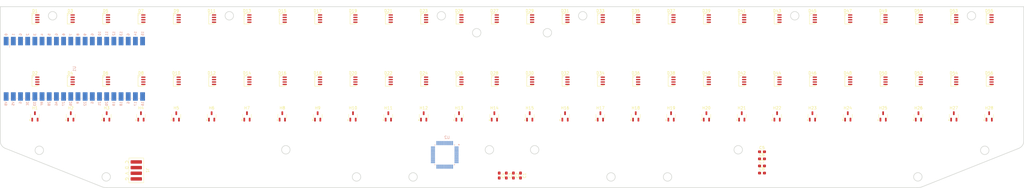
<source format=kicad_pcb>
(kicad_pcb (version 20240108) (generator "pcbnew") (generator_version "8.0")
  (title_block (title "Nos Pico Main"))
  (layers (0 "F.Cu" signal) (31 "B.Cu" signal) (34 "B.Paste" user) (35 "F.Paste" user) (36 "B.SilkS" user "B.Silkscreen") (37 "F.SilkS" user "F.Silkscreen") (38 "B.Mask" user) (39 "F.Mask" user) (44 "Edge.Cuts" user))
  (net 0 "")
  (net 1 "GND")
  (net 2 "+5V")
  (net 3 "+3V3")
  (net 4 "Net-(D1-In)")
  (net 5 "Net-(D16-Out)")
  (net 6 "Net-(D1-Out)")
  (net 7 "Net-(D2-Out)")
  (net 8 "Net-(D3-Out)")
  (net 9 "Net-(D4-Out)")
  (net 10 "Net-(D5-Out)")
  (net 11 "Net-(D6-Out)")
  (net 12 "Net-(D7-Out)")
  (net 13 "Net-(D8-Out)")
  (net 14 "Net-(D10-In)")
  (net 15 "Net-(D10-Out)")
  (net 16 "Net-(D11-Out)")
  (net 17 "Net-(D12-Out)")
  (net 18 "Net-(D13-Out)")
  (net 19 "Net-(D14-Out)")
  (net 20 "Net-(D15-Out)")
  (net 22 "/SCL")
  (net 23 "/SDA")
  (net 48 "Net-(D17-Out)")
  (net 49 "Net-(D18-Out)")
  (net 50 "Net-(D19-Out)")
  (net 51 "Net-(D20-Out)")
  (net 52 "Net-(D21-Out)")
  (net 53 "Net-(D22-Out)")
  (net 54 "Net-(D23-Out)")
  (net 55 "Net-(D24-Out)")
  (net 58 "Net-(D25-Out)")
  (net 59 "Net-(D26-Out)")
  (net 60 "Net-(D27-Out)")
  (net 61 "Net-(D28-Out)")
  (net 62 "Net-(D29-Out)")
  (net 63 "Net-(D30-Out)")
  (net 64 "Net-(D31-Out)")
  (net 65 "Net-(D32-Out)")
  (net 66 "Net-(D33-Out)")
  (net 67 "Net-(D34-Out)")
  (net 68 "Net-(D35-Out)")
  (net 69 "Net-(D36-Out)")
  (net 70 "Net-(D37-Out)")
  (net 71 "Net-(D38-Out)")
  (net 72 "Net-(D39-Out)")
  (net 73 "Net-(D40-Out)")
  (net 74 "Net-(D41-Out)")
  (net 75 "Net-(D42-Out)")
  (net 76 "Net-(D43-Out)")
  (net 77 "Net-(D44-Out)")
  (net 78 "Net-(D45-Out)")
  (net 79 "Net-(D46-Out)")
  (net 80 "Net-(D47-Out)")
  (net 81 "Net-(D48-Out)")
  (net 82 "Net-(D49-Out)")
  (net 83 "Net-(D50-Out)")
  (net 84 "Net-(D51-Out)")
  (net 85 "Net-(D52-Out)")
  (net 86 "Net-(D53-Out)")
  (net 87 "Net-(D54-Out)")
  (net 88 "Net-(D55-Out)")
  (net 90 "AGND")
  (net 91 "VREF")
  (net 93 "/S1")
  (net 94 "/S2")
  (net 96 "/S3")
  (net 98 "/S4")
  (net 99 "/S5")
  (net 100 "/S6")
  (net 101 "/S7")
  (net 104 "/S8")
  (net 108 "/S9")
  (net 110 "/S10")
  (net 112 "/S11")
  (net 113 "/S12")
  (net 115 "/S13")
  (net 117 "/S14")
  (net 119 "/S15")
  (net 120 "/S16")
  (net 121 "/S17")
  (net 122 "/S18")
  (net 123 "/S19")
  (net 125 "/S20")
  (net 126 "/S21")
  (net 129 "/S22")
  (net 130 "/S23")
  (net 131 "/S24")
  (net 132 "/S25")
  (net 134 "/S26")
  (net 135 "/S27")
  (net 136 "/S28")
  (footprint "Package_TO_SOT_SMD:SOT-23-3" (layer "F.Cu") (at 269.786 160.19268 90)
    (property "Reference" "H19" (at 3 0 0) (layer "F.SilkS"))
    (property "Value" "SS49E_SOT23")
    (pad "1" smd roundrect (at -1.1375 -0.95 90) (size 1.325 0.6) (layers "F.Cu" "F.Paste" "F.Mask") (net 91 "VREF"))
    (pad "2" smd roundrect (at -1.1375 0.95 90) (size 1.325 0.6) (layers "F.Cu" "F.Paste" "F.Mask") (net 123 "/S19"))
    (pad "3" smd roundrect (at 1.1375 0 90) (size 1.325 0.6) (layers "F.Cu" "F.Paste" "F.Mask") (net 90 "AGND"))
  )
  (footprint "nos_main:WS2812B-4020_UP" (layer "F.Cu") (at 308.786 125.59268 -90)
    (property "Reference" "D43" (at -2.75 1.5 0) (layer "F.SilkS"))
    (property "Value" "WS2812B_Unified")
    (pad "G" smd roundrect (at -1.275 0.65 270) (size 0.44 1.5) (layers "F.Cu" "F.Paste" "F.Mask") (net 1 "GND"))
    (pad "I" smd roundrect (at 1.275 0.65 270) (size 0.44 1.5) (layers "F.Cu" "F.Paste" "F.Mask") (net 75 "Net-(D42-Out)"))
    (pad "O" smd roundrect (at -0.425 0.65 270) (size 0.44 1.5) (layers "F.Cu" "F.Paste" "F.Mask") (net 76 "Net-(D43-Out)"))
    (pad "V" smd roundrect (at 0.425 0.65 270) (size 0.44 1.5) (layers "F.Cu" "F.Paste" "F.Mask") (net 2 "+5V"))
  )
  (footprint "nos_main:WS2812B-4020_UP" (layer "F.Cu") (at 58.786 147.59268 -90)
    (property "Reference" "D4" (at -2.75 1.5 0) (layer "F.SilkS"))
    (property "Value" "WS2812B_Unified")
    (pad "G" smd roundrect (at -1.275 0.65 270) (size 0.44 1.5) (layers "F.Cu" "F.Paste" "F.Mask") (net 1 "GND"))
    (pad "I" smd roundrect (at 1.275 0.65 270) (size 0.44 1.5) (layers "F.Cu" "F.Paste" "F.Mask") (net 8 "Net-(D3-Out)"))
    (pad "O" smd roundrect (at -0.425 0.65 270) (size 0.44 1.5) (layers "F.Cu" "F.Paste" "F.Mask") (net 9 "Net-(D4-Out)"))
    (pad "V" smd roundrect (at 0.425 0.65 270) (size 0.44 1.5) (layers "F.Cu" "F.Paste" "F.Mask") (net 2 "+5V"))
  )
  (footprint "nos_main:WS2812B-4020_UP" (layer "F.Cu") (at 308.786 147.59268 -90)
    (property "Reference" "D44" (at -2.75 1.5 0) (layer "F.SilkS"))
    (property "Value" "WS2812B_Unified")
    (pad "G" smd roundrect (at -1.275 0.65 270) (size 0.44 1.5) (layers "F.Cu" "F.Paste" "F.Mask") (net 1 "GND"))
    (pad "I" smd roundrect (at 1.275 0.65 270) (size 0.44 1.5) (layers "F.Cu" "F.Paste" "F.Mask") (net 76 "Net-(D43-Out)"))
    (pad "O" smd roundrect (at -0.425 0.65 270) (size 0.44 1.5) (layers "F.Cu" "F.Paste" "F.Mask") (net 77 "Net-(D44-Out)"))
    (pad "V" smd roundrect (at 0.425 0.65 270) (size 0.44 1.5) (layers "F.Cu" "F.Paste" "F.Mask") (net 2 "+5V"))
  )
  (footprint "nos_main:WS2812B-4020_UP" (layer "F.Cu") (at 358.786 125.59268 -90)
    (property "Reference" "D51" (at -2.75 1.5 0) (layer "F.SilkS"))
    (property "Value" "WS2812B_Unified")
    (pad "G" smd roundrect (at -1.275 0.65 270) (size 0.44 1.5) (layers "F.Cu" "F.Paste" "F.Mask") (net 1 "GND"))
    (pad "I" smd roundrect (at 1.275 0.65 270) (size 0.44 1.5) (layers "F.Cu" "F.Paste" "F.Mask") (net 83 "Net-(D50-Out)"))
    (pad "O" smd roundrect (at -0.425 0.65 270) (size 0.44 1.5) (layers "F.Cu" "F.Paste" "F.Mask") (net 84 "Net-(D51-Out)"))
    (pad "V" smd roundrect (at 0.425 0.65 270) (size 0.44 1.5) (layers "F.Cu" "F.Paste" "F.Mask") (net 2 "+5V"))
  )
  (footprint "nos_main:WS2812B-4020_UP" (layer "F.Cu") (at 271.286 125.59268 -90)
    (property "Reference" "D37" (at -2.75 1.5 0) (layer "F.SilkS"))
    (property "Value" "WS2812B_Unified")
    (pad "G" smd roundrect (at -1.275 0.65 270) (size 0.44 1.5) (layers "F.Cu" "F.Paste" "F.Mask") (net 1 "GND"))
    (pad "I" smd roundrect (at 1.275 0.65 270) (size 0.44 1.5) (layers "F.Cu" "F.Paste" "F.Mask") (net 69 "Net-(D36-Out)"))
    (pad "O" smd roundrect (at -0.425 0.65 270) (size 0.44 1.5) (layers "F.Cu" "F.Paste" "F.Mask") (net 70 "Net-(D37-Out)"))
    (pad "V" smd roundrect (at 0.425 0.65 270) (size 0.44 1.5) (layers "F.Cu" "F.Paste" "F.Mask") (net 2 "+5V"))
  )
  (footprint "Package_TO_SOT_SMD:SOT-23-3" (layer "F.Cu") (at 294.786 160.19268 90)
    (property "Reference" "H21" (at 3 0 0) (layer "F.SilkS"))
    (property "Value" "SS49E_SOT23")
    (pad "1" smd roundrect (at -1.1375 -0.95 90) (size 1.325 0.6) (layers "F.Cu" "F.Paste" "F.Mask") (net 91 "VREF"))
    (pad "2" smd roundrect (at -1.1375 0.95 90) (size 1.325 0.6) (layers "F.Cu" "F.Paste" "F.Mask") (net 126 "/S21"))
    (pad "3" smd roundrect (at 1.1375 0 90) (size 1.325 0.6) (layers "F.Cu" "F.Paste" "F.Mask") (net 90 "AGND"))
  )
  (footprint "nos_main:WS2812B-4020_UP" (layer "F.Cu") (at 233.786 125.59268 -90)
    (property "Reference" "D31" (at -2.75 1.5 0) (layer "F.SilkS"))
    (property "Value" "WS2812B_Unified")
    (pad "G" smd roundrect (at -1.275 0.65 270) (size 0.44 1.5) (layers "F.Cu" "F.Paste" "F.Mask") (net 1 "GND"))
    (pad "I" smd roundrect (at 1.275 0.65 270) (size 0.44 1.5) (layers "F.Cu" "F.Paste" "F.Mask") (net 63 "Net-(D30-Out)"))
    (pad "O" smd roundrect (at -0.425 0.65 270) (size 0.44 1.5) (layers "F.Cu" "F.Paste" "F.Mask") (net 64 "Net-(D31-Out)"))
    (pad "V" smd roundrect (at 0.425 0.65 270) (size 0.44 1.5) (layers "F.Cu" "F.Paste" "F.Mask") (net 2 "+5V"))
  )
  (footprint "Capacitor_SMD:C_0603_1608Metric_Pad1.08x0.95mm_HandSolder" (layer "F.Cu") (at 214.026 181.09268 -90)
    (property "Reference" "C2" (at 0 -1.43 90) (layer "F.SilkS"))
    (property "Value" "0.1uF")
    (pad "1" smd roundrect (at -0.8625 0 270) (size 1.075 0.95) (layers "F.Cu" "F.Paste" "F.Mask") (net 2 "+5V"))
    (pad "2" smd roundrect (at 0.8625 0 270) (size 1.075 0.95) (layers "F.Cu" "F.Paste" "F.Mask") (net 1 "GND"))
  )
  (footprint "nos_main:WS2812B-4020_UP" (layer "F.Cu") (at 196.286 147.59268 -90)
    (property "Reference" "D26" (at -2.75 1.5 0) (layer "F.SilkS"))
    (property "Value" "WS2812B_Unified")
    (pad "G" smd roundrect (at -1.275 0.65 270) (size 0.44 1.5) (layers "F.Cu" "F.Paste" "F.Mask") (net 1 "GND"))
    (pad "I" smd roundrect (at 1.275 0.65 270) (size 0.44 1.5) (layers "F.Cu" "F.Paste" "F.Mask") (net 58 "Net-(D25-Out)"))
    (pad "O" smd roundrect (at -0.425 0.65 270) (size 0.44 1.5) (layers "F.Cu" "F.Paste" "F.Mask") (net 59 "Net-(D26-Out)"))
    (pad "V" smd roundrect (at 0.425 0.65 270) (size 0.44 1.5) (layers "F.Cu" "F.Paste" "F.Mask") (net 2 "+5V"))
  )
  (footprint "nos_main:WS2812B-4020_UP" (layer "F.Cu") (at 221.286 147.59268 -90)
    (property "Reference" "D30" (at -2.75 1.5 0) (layer "F.SilkS"))
    (property "Value" "WS2812B_Unified")
    (pad "G" smd roundrect (at -1.275 0.65 270) (size 0.44 1.5) (layers "F.Cu" "F.Paste" "F.Mask") (net 1 "GND"))
    (pad "I" smd roundrect (at 1.275 0.65 270) (size 0.44 1.5) (layers "F.Cu" "F.Paste" "F.Mask") (net 62 "Net-(D29-Out)"))
    (pad "O" smd roundrect (at -0.425 0.65 270) (size 0.44 1.5) (layers "F.Cu" "F.Paste" "F.Mask") (net 63 "Net-(D30-Out)"))
    (pad "V" smd roundrect (at 0.425 0.65 270) (size 0.44 1.5) (layers "F.Cu" "F.Paste" "F.Mask") (net 2 "+5V"))
  )
  (footprint "Package_TO_SOT_SMD:SOT-23-3" (layer "F.Cu") (at 344.786 160.19268 90)
    (property "Reference" "H25" (at 3 0 0) (layer "F.SilkS"))
    (property "Value" "SS49E_SOT23")
    (pad "1" smd roundrect (at -1.1375 -0.95 90) (size 1.325 0.6) (layers "F.Cu" "F.Paste" "F.Mask") (net 91 "VREF"))
    (pad "2" smd roundrect (at -1.1375 0.95 90) (size 1.325 0.6) (layers "F.Cu" "F.Paste" "F.Mask") (net 132 "/S25"))
    (pad "3" smd roundrect (at 1.1375 0 90) (size 1.325 0.6) (layers "F.Cu" "F.Paste" "F.Mask") (net 90 "AGND"))
  )
  (footprint "nos_main:WS2812B-4020_UP" (layer "F.Cu") (at 321.286 125.59268 -90)
    (property "Reference" "D45" (at -2.75 1.5 0) (layer "F.SilkS"))
    (property "Value" "WS2812B_Unified")
    (pad "G" smd roundrect (at -1.275 0.65 270) (size 0.44 1.5) (layers "F.Cu" "F.Paste" "F.Mask") (net 1 "GND"))
    (pad "I" smd roundrect (at 1.275 0.65 270) (size 0.44 1.5) (layers "F.Cu" "F.Paste" "F.Mask") (net 77 "Net-(D44-Out)"))
    (pad "O" smd roundrect (at -0.425 0.65 270) (size 0.44 1.5) (layers "F.Cu" "F.Paste" "F.Mask") (net 78 "Net-(D45-Out)"))
    (pad "V" smd roundrect (at 0.425 0.65 270) (size 0.44 1.5) (layers "F.Cu" "F.Paste" "F.Mask") (net 2 "+5V"))
  )
  (footprint "Package_TO_SOT_SMD:SOT-23-3" (layer "F.Cu") (at 57.466 160.19268 90)
    (property "Reference" "H2" (at 3 0 0) (layer "F.SilkS"))
    (property "Value" "SS49E_SOT23")
    (pad "1" smd roundrect (at -1.1375 -0.95 90) (size 1.325 0.6) (layers "F.Cu" "F.Paste" "F.Mask") (net 91 "VREF"))
    (pad "2" smd roundrect (at -1.1375 0.95 90) (size 1.325 0.6) (layers "F.Cu" "F.Paste" "F.Mask") (net 94 "/S2"))
    (pad "3" smd roundrect (at 1.1375 0 90) (size 1.325 0.6) (layers "F.Cu" "F.Paste" "F.Mask") (net 90 "AGND"))
  )
  (footprint "nos_main:WS2812B-4020_UP" (layer "F.Cu") (at 133.786 147.59268 -90)
    (property "Reference" "D16" (at -2.75 1.5 0) (layer "F.SilkS"))
    (property "Value" "WS2812B_Unified")
    (pad "G" smd roundrect (at -1.275 0.65 270) (size 0.44 1.5) (layers "F.Cu" "F.Paste" "F.Mask") (net 1 "GND"))
    (pad "I" smd roundrect (at 1.275 0.65 270) (size 0.44 1.5) (layers "F.Cu" "F.Paste" "F.Mask") (net 20 "Net-(D15-Out)"))
    (pad "O" smd roundrect (at -0.425 0.65 270) (size 0.44 1.5) (layers "F.Cu" "F.Paste" "F.Mask") (net 5 "Net-(D16-Out)"))
    (pad "V" smd roundrect (at 0.425 0.65 270) (size 0.44 1.5) (layers "F.Cu" "F.Paste" "F.Mask") (net 2 "+5V"))
  )
  (footprint "nos_main:WS2812B-4020_UP" (layer "F.Cu") (at 271.286 147.59268 -90)
    (property "Reference" "D38" (at -2.75 1.5 0) (layer "F.SilkS"))
    (property "Value" "WS2812B_Unified")
    (pad "G" smd roundrect (at -1.275 0.65 270) (size 0.44 1.5) (layers "F.Cu" "F.Paste" "F.Mask") (net 1 "GND"))
    (pad "I" smd roundrect (at 1.275 0.65 270) (size 0.44 1.5) (layers "F.Cu" "F.Paste" "F.Mask") (net 70 "Net-(D37-Out)"))
    (pad "O" smd roundrect (at -0.425 0.65 270) (size 0.44 1.5) (layers "F.Cu" "F.Paste" "F.Mask") (net 71 "Net-(D38-Out)"))
    (pad "V" smd roundrect (at 0.425 0.65 270) (size 0.44 1.5) (layers "F.Cu" "F.Paste" "F.Mask") (net 2 "+5V"))
  )
  (footprint "Package_TO_SOT_SMD:SOT-23-3" (layer "F.Cu") (at 307.286 160.19268 90)
    (property "Reference" "H22" (at 3 0 0) (layer "F.SilkS"))
    (property "Value" "SS49E_SOT23")
    (pad "1" smd roundrect (at -1.1375 -0.95 90) (size 1.325 0.6) (layers "F.Cu" "F.Paste" "F.Mask") (net 91 "VREF"))
    (pad "2" smd roundrect (at -1.1375 0.95 90) (size 1.325 0.6) (layers "F.Cu" "F.Paste" "F.Mask") (net 129 "/S22"))
    (pad "3" smd roundrect (at 1.1375 0 90) (size 1.325 0.6) (layers "F.Cu" "F.Paste" "F.Mask") (net 90 "AGND"))
  )
  (footprint "nos_main:WS2812B-4020_UP" (layer "F.Cu") (at 383.786 125.59268 -90)
    (property "Reference" "D55" (at -2.75 1.5 0) (layer "F.SilkS"))
    (property "Value" "WS2812B_Unified")
    (pad "G" smd roundrect (at -1.275 0.65 270) (size 0.44 1.5) (layers "F.Cu" "F.Paste" "F.Mask") (net 1 "GND"))
    (pad "I" smd roundrect (at 1.275 0.65 270) (size 0.44 1.5) (layers "F.Cu" "F.Paste" "F.Mask") (net 87 "Net-(D54-Out)"))
    (pad "O" smd roundrect (at -0.425 0.65 270) (size 0.44 1.5) (layers "F.Cu" "F.Paste" "F.Mask") (net 88 "Net-(D55-Out)"))
    (pad "V" smd roundrect (at 0.425 0.65 270) (size 0.44 1.5) (layers "F.Cu" "F.Paste" "F.Mask") (net 2 "+5V"))
  )
  (footprint "nos_main:WS2812B-4020_UP" (layer "F.Cu") (at 71.286 125.59268 -90)
    (property "Reference" "D5" (at -2.75 1.5 0) (layer "F.SilkS"))
    (property "Value" "WS2812B_Unified")
    (pad "G" smd roundrect (at -1.275 0.65 270) (size 0.44 1.5) (layers "F.Cu" "F.Paste" "F.Mask") (net 1 "GND"))
    (pad "I" smd roundrect (at 1.275 0.65 270) (size 0.44 1.5) (layers "F.Cu" "F.Paste" "F.Mask") (net 9 "Net-(D4-Out)"))
    (pad "O" smd roundrect (at -0.425 0.65 270) (size 0.44 1.5) (layers "F.Cu" "F.Paste" "F.Mask") (net 10 "Net-(D5-Out)"))
    (pad "V" smd roundrect (at 0.425 0.65 270) (size 0.44 1.5) (layers "F.Cu" "F.Paste" "F.Mask") (net 2 "+5V"))
  )
  (footprint "nos_main:WS2812B-4020_UP" (layer "F.Cu") (at 158.786 147.59268 -90)
    (property "Reference" "D20" (at -2.75 1.5 0) (layer "F.SilkS"))
    (property "Value" "WS2812B_Unified")
    (pad "G" smd roundrect (at -1.275 0.65 270) (size 0.44 1.5) (layers "F.Cu" "F.Paste" "F.Mask") (net 1 "GND"))
    (pad "I" smd roundrect (at 1.275 0.65 270) (size 0.44 1.5) (layers "F.Cu" "F.Paste" "F.Mask") (net 50 "Net-(D19-Out)"))
    (pad "O" smd roundrect (at -0.425 0.65 270) (size 0.44 1.5) (layers "F.Cu" "F.Paste" "F.Mask") (net 51 "Net-(D20-Out)"))
    (pad "V" smd roundrect (at 0.425 0.65 270) (size 0.44 1.5) (layers "F.Cu" "F.Paste" "F.Mask") (net 2 "+5V"))
  )
  (footprint "Capacitor_SMD:C_0603_1608Metric_Pad1.08x0.95mm_HandSolder" (layer "F.Cu") (at 301.946 172.69268)
    (property "Reference" "C5" (at 0 -1.43 0) (layer "F.SilkS"))
    (property "Value" "0.1uF")
    (pad "1" smd roundrect (at -0.8625 0) (size 1.075 0.95) (layers "F.Cu" "F.Paste" "F.Mask") (net 2 "+5V"))
    (pad "2" smd roundrect (at 0.8625 0) (size 1.075 0.95) (layers "F.Cu" "F.Paste" "F.Mask") (net 1 "GND"))
  )
  (footprint "Capacitor_SMD:C_0603_1608Metric_Pad1.08x0.95mm_HandSolder" (layer "F.Cu") (at 301.946 180.22268)
    (property "Reference" "C8" (at 0 -1.43 0) (layer "F.SilkS"))
    (property "Value" "0.1uF")
    (pad "1" smd roundrect (at -0.8625 0) (size 1.075 0.95) (layers "F.Cu" "F.Paste" "F.Mask") (net 2 "+5V"))
    (pad "2" smd roundrect (at 0.8625 0) (size 1.075 0.95) (layers "F.Cu" "F.Paste" "F.Mask") (net 1 "GND"))
  )
  (footprint "nos_main:WS2812B-4020_UP" (layer "F.Cu") (at 296.286 125.59268 -90)
    (property "Reference" "D41" (at -2.75 1.5 0) (layer "F.SilkS"))
    (property "Value" "WS2812B_Unified")
    (pad "G" smd roundrect (at -1.275 0.65 270) (size 0.44 1.5) (layers "F.Cu" "F.Paste" "F.Mask") (net 1 "GND"))
    (pad "I" smd roundrect (at 1.275 0.65 270) (size 0.44 1.5) (layers "F.Cu" "F.Paste" "F.Mask") (net 73 "Net-(D40-Out)"))
    (pad "O" smd roundrect (at -0.425 0.65 270) (size 0.44 1.5) (layers "F.Cu" "F.Paste" "F.Mask") (net 74 "Net-(D41-Out)"))
    (pad "V" smd roundrect (at 0.425 0.65 270) (size 0.44 1.5) (layers "F.Cu" "F.Paste" "F.Mask") (net 2 "+5V"))
  )
  (footprint "nos_main:WS2812B-4020_UP" (layer "F.Cu") (at 246.286 125.59268 -90)
    (property "Reference" "D33" (at -2.75 1.5 0) (layer "F.SilkS"))
    (property "Value" "WS2812B_Unified")
    (pad "G" smd roundrect (at -1.275 0.65 270) (size 0.44 1.5) (layers "F.Cu" "F.Paste" "F.Mask") (net 1 "GND"))
    (pad "I" smd roundrect (at 1.275 0.65 270) (size 0.44 1.5) (layers "F.Cu" "F.Paste" "F.Mask") (net 65 "Net-(D32-Out)"))
    (pad "O" smd roundrect (at -0.425 0.65 270) (size 0.44 1.5) (layers "F.Cu" "F.Paste" "F.Mask") (net 66 "Net-(D33-Out)"))
    (pad "V" smd roundrect (at 0.425 0.65 270) (size 0.44 1.5) (layers "F.Cu" "F.Paste" "F.Mask") (net 2 "+5V"))
  )
  (footprint "nos_main:WS2812B-4020_UP" (layer "F.Cu") (at 46.286 147.59268 -90)
    (property "Reference" "D2" (at -2.75 1.5 0) (layer "F.SilkS"))
    (property "Value" "WS2812B_Unified")
    (pad "G" smd roundrect (at -1.275 0.65 270) (size 0.44 1.5) (layers "F.Cu" "F.Paste" "F.Mask") (net 1 "GND"))
    (pad "I" smd roundrect (at 1.275 0.65 270) (size 0.44 1.5) (layers "F.Cu" "F.Paste" "F.Mask") (net 6 "Net-(D1-Out)"))
    (pad "O" smd roundrect (at -0.425 0.65 270) (size 0.44 1.5) (layers "F.Cu" "F.Paste" "F.Mask") (net 7 "Net-(D2-Out)"))
    (pad "V" smd roundrect (at 0.425 0.65 270) (size 0.44 1.5) (layers "F.Cu" "F.Paste" "F.Mask") (net 2 "+5V"))
  )
  (footprint "nos_main:WS2812B-4020_UP" (layer "F.Cu") (at 196.286 125.59268 -90)
    (property "Reference" "D25" (at -2.75 1.5 0) (layer "F.SilkS"))
    (property "Value" "WS2812B_Unified")
    (pad "G" smd roundrect (at -1.275 0.65 270) (size 0.44 1.5) (layers "F.Cu" "F.Paste" "F.Mask") (net 1 "GND"))
    (pad "I" smd roundrect (at 1.275 0.65 270) (size 0.44 1.5) (layers "F.Cu" "F.Paste" "F.Mask") (net 55 "Net-(D24-Out)"))
    (pad "O" smd roundrect (at -0.425 0.65 270) (size 0.44 1.5) (layers "F.Cu" "F.Paste" "F.Mask") (net 58 "Net-(D25-Out)"))
    (pad "V" smd roundrect (at 0.425 0.65 270) (size 0.44 1.5) (layers "F.Cu" "F.Paste" "F.Mask") (net 2 "+5V"))
  )
  (footprint "nos_main:PN532" (layer "F.Cu") (at 80.636 179.29268 -90)
    (property "Reference" "J1" (at 0 -4 -90) (layer "F.SilkS"))
    (property "Value" "Conn_01x04" (hide yes))
    (fp_text user "C D V G" (at 0 3.4 -90) (layer "F.SilkS") (effects (font (size 1 1.16))))
    (pad "1" smd roundrect (at -3 0 270) (size 1.2 4) (layers "F.Cu" "F.Paste" "F.Mask") (roundrect_rratio 0.1666666667) (net 22 "/SCL"))
    (pad "2" smd roundrect (at -1 0 270) (size 1.2 4) (layers "F.Cu" "F.Paste" "F.Mask") (roundrect_rratio 0.1666666667) (net 23 "/SDA"))
    (pad "3" smd roundrect (at 1 0 270) (size 1.2 4) (layers "F.Cu" "F.Paste" "F.Mask") (roundrect_rratio 0.1666666667) (net 3 "+3V3"))
    (pad "4" smd roundrect (at 3 0 270) (size 1.2 4) (layers "F.Cu" "F.Paste" "F.Mask") (roundrect_rratio 0.1666666667) (net 1 "GND"))
  )
  (footprint "Package_TO_SOT_SMD:SOT-23-3" (layer "F.Cu") (at 257.286 160.19268 90)
    (property "Reference" "H18" (at 3 0 0) (layer "F.SilkS"))
    (property "Value" "SS49E_SOT23")
    (pad "1" smd roundrect (at -1.1375 -0.95 90) (size 1.325 0.6) (layers "F.Cu" "F.Paste" "F.Mask") (net 91 "VREF"))
    (pad "2" smd roundrect (at -1.1375 0.95 90) (size 1.325 0.6) (layers "F.Cu" "F.Paste" "F.Mask") (net 122 "/S18"))
    (pad "3" smd roundrect (at 1.1375 0 90) (size 1.325 0.6) (layers "F.Cu" "F.Paste" "F.Mask") (net 90 "AGND"))
  )
  (footprint "nos_main:WS2812B-4020_UP" (layer "F.Cu") (at 183.786 125.59268 -90)
    (property "Reference" "D23" (at -2.75 1.5 0) (layer "F.SilkS"))
    (property "Value" "WS2812B_Unified")
    (pad "G" smd roundrect (at -1.275 0.65 270) (size 0.44 1.5) (layers "F.Cu" "F.Paste" "F.Mask") (net 1 "GND"))
    (pad "I" smd roundrect (at 1.275 0.65 270) (size 0.44 1.5) (layers "F.Cu" "F.Paste" "F.Mask") (net 53 "Net-(D22-Out)"))
    (pad "O" smd roundrect (at -0.425 0.65 270) (size 0.44 1.5) (layers "F.Cu" "F.Paste" "F.Mask") (net 54 "Net-(D23-Out)"))
    (pad "V" smd roundrect (at 0.425 0.65 270) (size 0.44 1.5) (layers "F.Cu" "F.Paste" "F.Mask") (net 2 "+5V"))
  )
  (footprint "nos_main:WS2812B-4020_UP" (layer "F.Cu") (at 246.286 147.59268 -90)
    (property "Reference" "D34" (at -2.75 1.5 0) (layer "F.SilkS"))
    (property "Value" "WS2812B_Unified")
    (pad "G" smd roundrect (at -1.275 0.65 270) (size 0.44 1.5) (layers "F.Cu" "F.Paste" "F.Mask") (net 1 "GND"))
    (pad "I" smd roundrect (at 1.275 0.65 270) (size 0.44 1.5) (layers "F.Cu" "F.Paste" "F.Mask") (net 66 "Net-(D33-Out)"))
    (pad "O" smd roundrect (at -0.425 0.65 270) (size 0.44 1.5) (layers "F.Cu" "F.Paste" "F.Mask") (net 67 "Net-(D34-Out)"))
    (pad "V" smd roundrect (at 0.425 0.65 270) (size 0.44 1.5) (layers "F.Cu" "F.Paste" "F.Mask") (net 2 "+5V"))
  )
  (footprint "Package_TO_SOT_SMD:SOT-23-3" (layer "F.Cu") (at 94.786 160.19268 90)
    (property "Reference" "H5" (at 3 0 0) (layer "F.SilkS"))
    (property "Value" "SS49E_SOT23")
    (pad "1" smd roundrect (at -1.1375 -0.95 90) (size 1.325 0.6) (layers "F.Cu" "F.Paste" "F.Mask") (net 91 "VREF"))
    (pad "2" smd roundrect (at -1.1375 0.95 90) (size 1.325 0.6) (layers "F.Cu" "F.Paste" "F.Mask") (net 99 "/S5"))
    (pad "3" smd roundrect (at 1.1375 0 90) (size 1.325 0.6) (layers "F.Cu" "F.Paste" "F.Mask") (net 90 "AGND"))
  )
  (footprint "nos_main:WS2812B-4020_UP" (layer "F.Cu") (at 133.786 125.59268 -90)
    (property "Reference" "D15" (at -2.75 1.5 0) (layer "F.SilkS"))
    (property "Value" "WS2812B_Unified")
    (pad "G" smd roundrect (at -1.275 0.65 270) (size 0.44 1.5) (layers "F.Cu" "F.Paste" "F.Mask") (net 1 "GND"))
    (pad "I" smd roundrect (at 1.275 0.65 270) (size 0.44 1.5) (layers "F.Cu" "F.Paste" "F.Mask") (net 19 "Net-(D14-Out)"))
    (pad "O" smd roundrect (at -0.425 0.65 270) (size 0.44 1.5) (layers "F.Cu" "F.Paste" "F.Mask") (net 20 "Net-(D15-Out)"))
    (pad "V" smd roundrect (at 0.425 0.65 270) (size 0.44 1.5) (layers "F.Cu" "F.Paste" "F.Mask") (net 2 "+5V"))
  )
  (footprint "nos_main:WS2812B-4020_UP" (layer "F.Cu") (at 146.286 147.59268 -90)
    (property "Reference" "D18" (at -2.75 1.5 0) (layer "F.SilkS"))
    (property "Value" "WS2812B_Unified")
    (pad "G" smd roundrect (at -1.275 0.65 270) (size 0.44 1.5) (layers "F.Cu" "F.Paste" "F.Mask") (net 1 "GND"))
    (pad "I" smd roundrect (at 1.275 0.65 270) (size 0.44 1.5) (layers "F.Cu" "F.Paste" "F.Mask") (net 48 "Net-(D17-Out)"))
    (pad "O" smd roundrect (at -0.425 0.65 270) (size 0.44 1.5) (layers "F.Cu" "F.Paste" "F.Mask") (net 49 "Net-(D18-Out)"))
    (pad "V" smd roundrect (at 0.425 0.65 270) (size 0.44 1.5) (layers "F.Cu" "F.Paste" "F.Mask") (net 2 "+5V"))
  )
  (footprint "nos_main:WS2812B-4020_UP" (layer "F.Cu") (at 71.286 147.59268 -90)
    (property "Reference" "D6" (at -2.75 1.5 0) (layer "F.SilkS"))
    (property "Value" "WS2812B_Unified")
    (pad "G" smd roundrect (at -1.275 0.65 270) (size 0.44 1.5) (layers "F.Cu" "F.Paste" "F.Mask") (net 1 "GND"))
    (pad "I" smd roundrect (at 1.275 0.65 270) (size 0.44 1.5) (layers "F.Cu" "F.Paste" "F.Mask") (net 10 "Net-(D5-Out)"))
    (pad "O" smd roundrect (at -0.425 0.65 270) (size 0.44 1.5) (layers "F.Cu" "F.Paste" "F.Mask") (net 11 "Net-(D6-Out)"))
    (pad "V" smd roundrect (at 0.425 0.65 270) (size 0.44 1.5) (layers "F.Cu" "F.Paste" "F.Mask") (net 2 "+5V"))
  )
  (footprint "Package_TO_SOT_SMD:SOT-23-3" (layer "F.Cu") (at 332.286 160.19268 90)
    (property "Reference" "H24" (at 3 0 0) (layer "F.SilkS"))
    (property "Value" "SS49E_SOT23")
    (pad "1" smd roundrect (at -1.1375 -0.95 90) (size 1.325 0.6) (layers "F.Cu" "F.Paste" "F.Mask") (net 91 "VREF"))
    (pad "2" smd roundrect (at -1.1375 0.95 90) (size 1.325 0.6) (layers "F.Cu" "F.Paste" "F.Mask") (net 131 "/S24"))
    (pad "3" smd roundrect (at 1.1375 0 90) (size 1.325 0.6) (layers "F.Cu" "F.Paste" "F.Mask") (net 90 "AGND"))
  )
  (footprint "nos_main:WS2812B-4020_UP" (layer "F.Cu") (at 183.786 147.59268 -90)
    (property "Reference" "D24" (at -2.75 1.5 0) (layer "F.SilkS"))
    (property "Value" "WS2812B_Unified")
    (pad "G" smd roundrect (at -1.275 0.65 270) (size 0.44 1.5) (layers "F.Cu" "F.Paste" "F.Mask") (net 1 "GND"))
    (pad "I" smd roundrect (at 1.275 0.65 270) (size 0.44 1.5) (layers "F.Cu" "F.Paste" "F.Mask") (net 54 "Net-(D23-Out)"))
    (pad "O" smd roundrect (at -0.425 0.65 270) (size 0.44 1.5) (layers "F.Cu" "F.Paste" "F.Mask") (net 55 "Net-(D24-Out)"))
    (pad "V" smd roundrect (at 0.425 0.65 270) (size 0.44 1.5) (layers "F.Cu" "F.Paste" "F.Mask") (net 2 "+5V"))
  )
  (footprint "nos_main:WS2812B-4020_UP" (layer "F.Cu") (at 171.286 147.59268 -90)
    (property "Reference" "D22" (at -2.75 1.5 0) (layer "F.SilkS"))
    (property "Value" "WS2812B_Unified")
    (pad "G" smd roundrect (at -1.275 0.65 270) (size 0.44 1.5) (layers "F.Cu" "F.Paste" "F.Mask") (net 1 "GND"))
    (pad "I" smd roundrect (at 1.275 0.65 270) (size 0.44 1.5) (layers "F.Cu" "F.Paste" "F.Mask") (net 52 "Net-(D21-Out)"))
    (pad "O" smd roundrect (at -0.425 0.65 270) (size 0.44 1.5) (layers "F.Cu" "F.Paste" "F.Mask") (net 53 "Net-(D22-Out)"))
    (pad "V" smd roundrect (at 0.425 0.65 270) (size 0.44 1.5) (layers "F.Cu" "F.Paste" "F.Mask") (net 2 "+5V"))
  )
  (footprint "Package_TO_SOT_SMD:SOT-23-3" (layer "F.Cu") (at 382.286 160.19268 90)
    (property "Reference" "H28" (at 3 0 0) (layer "F.SilkS"))
    (property "Value" "SS49E_SOT23")
    (pad "1" smd roundrect (at -1.1375 -0.95 90) (size 1.325 0.6) (layers "F.Cu" "F.Paste" "F.Mask") (net 91 "VREF"))
    (pad "2" smd roundrect (at -1.1375 0.95 90) (size 1.325 0.6) (layers "F.Cu" "F.Paste" "F.Mask") (net 136 "/S28"))
    (pad "3" smd roundrect (at 1.1375 0 90) (size 1.325 0.6) (layers "F.Cu" "F.Paste" "F.Mask") (net 90 "AGND"))
  )
  (footprint "Package_TO_SOT_SMD:SOT-23-3" (layer "F.Cu") (at 119.786 160.19268 90)
    (property "Reference" "H7" (at 3 0 0) (layer "F.SilkS"))
    (property "Value" "SS49E_SOT23")
    (pad "1" smd roundrect (at -1.1375 -0.95 90) (size 1.325 0.6) (layers "F.Cu" "F.Paste" "F.Mask") (net 91 "VREF"))
    (pad "2" smd roundrect (at -1.1375 0.95 90) (size 1.325 0.6) (layers "F.Cu" "F.Paste" "F.Mask") (net 101 "/S7"))
    (pad "3" smd roundrect (at 1.1375 0 90) (size 1.325 0.6) (layers "F.Cu" "F.Paste" "F.Mask") (net 90 "AGND"))
  )
  (footprint "nos_main:WS2812B-4020_UP" (layer "F.Cu") (at 108.786 147.59268 -90)
    (property "Reference" "D12" (at -2.75 1.5 0) (layer "F.SilkS"))
    (property "Value" "WS2812B_Unified")
    (pad "G" smd roundrect (at -1.275 0.65 270) (size 0.44 1.5) (layers "F.Cu" "F.Paste" "F.Mask") (net 1 "GND"))
    (pad "I" smd roundrect (at 1.275 0.65 270) (size 0.44 1.5) (layers "F.Cu" "F.Paste" "F.Mask") (net 16 "Net-(D11-Out)"))
    (pad "O" smd roundrect (at -0.425 0.65 270) (size 0.44 1.5) (layers "F.Cu" "F.Paste" "F.Mask") (net 17 "Net-(D12-Out)"))
    (pad "V" smd roundrect (at 0.425 0.65 270) (size 0.44 1.5) (layers "F.Cu" "F.Paste" "F.Mask") (net 2 "+5V"))
  )
  (footprint "nos_main:WS2812B-4020_UP" (layer "F.Cu") (at 358.786 147.59268 -90)
    (property "Reference" "D52" (at -2.75 1.5 0) (layer "F.SilkS"))
    (property "Value" "WS2812B_Unified")
    (pad "G" smd roundrect (at -1.275 0.65 270) (size 0.44 1.5) (layers "F.Cu" "F.Paste" "F.Mask") (net 1 "GND"))
    (pad "I" smd roundrect (at 1.275 0.65 270) (size 0.44 1.5) (layers "F.Cu" "F.Paste" "F.Mask") (net 84 "Net-(D51-Out)"))
    (pad "O" smd roundrect (at -0.425 0.65 270) (size 0.44 1.5) (layers "F.Cu" "F.Paste" "F.Mask") (net 85 "Net-(D52-Out)"))
    (pad "V" smd roundrect (at 0.425 0.65 270) (size 0.44 1.5) (layers "F.Cu" "F.Paste" "F.Mask") (net 2 "+5V"))
  )
  (footprint "nos_main:WS2812B-4020_UP" (layer "F.Cu") (at 83.786 147.59268 -90)
    (property "Reference" "D8" (at -2.75 1.5 0) (layer "F.SilkS"))
    (property "Value" "WS2812B_Unified")
    (pad "G" smd roundrect (at -1.275 0.65 270) (size 0.44 1.5) (layers "F.Cu" "F.Paste" "F.Mask") (net 1 "GND"))
    (pad "I" smd roundrect (at 1.275 0.65 270) (size 0.44 1.5) (layers "F.Cu" "F.Paste" "F.Mask") (net 12 "Net-(D7-Out)"))
    (pad "O" smd roundrect (at -0.425 0.65 270) (size 0.44 1.5) (layers "F.Cu" "F.Paste" "F.Mask") (net 13 "Net-(D8-Out)"))
    (pad "V" smd roundrect (at 0.425 0.65 270) (size 0.44 1.5) (layers "F.Cu" "F.Paste" "F.Mask") (net 2 "+5V"))
  )
  (footprint "nos_main:WS2812B-4020_UP" (layer "F.Cu") (at 83.786 125.59268 -90)
    (property "Reference" "D7" (at -2.75 1.5 0) (layer "F.SilkS"))
    (property "Value" "WS2812B_Unified")
    (pad "G" smd roundrect (at -1.275 0.65 270) (size 0.44 1.5) (layers "F.Cu" "F.Paste" "F.Mask") (net 1 "GND"))
    (pad "I" smd roundrect (at 1.275 0.65 270) (size 0.44 1.5) (layers "F.Cu" "F.Paste" "F.Mask") (net 11 "Net-(D6-Out)"))
    (pad "O" smd roundrect (at -0.425 0.65 270) (size 0.44 1.5) (layers "F.Cu" "F.Paste" "F.Mask") (net 12 "Net-(D7-Out)"))
    (pad "V" smd roundrect (at 0.425 0.65 270) (size 0.44 1.5) (layers "F.Cu" "F.Paste" "F.Mask") (net 2 "+5V"))
  )
  (footprint "Package_TO_SOT_SMD:SOT-23-3" (layer "F.Cu") (at 182.286 160.19268 90)
    (property "Reference" "H12" (at 3 0 0) (layer "F.SilkS"))
    (property "Value" "SS49E_SOT23")
    (pad "1" smd roundrect (at -1.1375 -0.95 90) (size 1.325 0.6) (layers "F.Cu" "F.Paste" "F.Mask") (net 91 "VREF"))
    (pad "2" smd roundrect (at -1.1375 0.95 90) (size 1.325 0.6) (layers "F.Cu" "F.Paste" "F.Mask") (net 113 "/S12"))
    (pad "3" smd roundrect (at 1.1375 0 90) (size 1.325 0.6) (layers "F.Cu" "F.Paste" "F.Mask") (net 90 "AGND"))
  )
  (footprint "nos_main:WS2812B-4020_UP" (layer "F.Cu") (at 96.286 147.59268 -90)
    (property "Reference" "D10" (at -2.75 1.5 0) (layer "F.SilkS"))
    (property "Value" "WS2812B_Unified")
    (pad "G" smd roundrect (at -1.275 0.65 270) (size 0.44 1.5) (layers "F.Cu" "F.Paste" "F.Mask") (net 1 "GND"))
    (pad "I" smd roundrect (at 1.275 0.65 270) (size 0.44 1.5) (layers "F.Cu" "F.Paste" "F.Mask") (net 14 "Net-(D10-In)"))
    (pad "O" smd roundrect (at -0.425 0.65 270) (size 0.44 1.5) (layers "F.Cu" "F.Paste" "F.Mask") (net 15 "Net-(D10-Out)"))
    (pad "V" smd roundrect (at 0.425 0.65 270) (size 0.44 1.5) (layers "F.Cu" "F.Paste" "F.Mask") (net 2 "+5V"))
  )
  (footprint "Package_TO_SOT_SMD:SOT-23-3" (layer "F.Cu") (at 107.286 160.19268 90)
    (property "Reference" "H6" (at 3 0 0) (layer "F.SilkS"))
    (property "Value" "SS49E_SOT23")
    (pad "1" smd roundrect (at -1.1375 -0.95 90) (size 1.325 0.6) (layers "F.Cu" "F.Paste" "F.Mask") (net 91 "VREF"))
    (pad "2" smd roundrect (at -1.1375 0.95 90) (size 1.325 0.6) (layers "F.Cu" "F.Paste" "F.Mask") (net 100 "/S6"))
    (pad "3" smd roundrect (at 1.1375 0 90) (size 1.325 0.6) (layers "F.Cu" "F.Paste" "F.Mask") (net 90 "AGND"))
  )
  (footprint "nos_main:WS2812B-4020_UP" (layer "F.Cu") (at 46.286 125.59268 -90)
    (property "Reference" "D1" (at -2.75 1.5 0) (layer "F.SilkS"))
    (property "Value" "WS2812B_Unified")
    (pad "G" smd roundrect (at -1.275 0.65 270) (size 0.44 1.5) (layers "F.Cu" "F.Paste" "F.Mask") (net 1 "GND"))
    (pad "I" smd roundrect (at 1.275 0.65 270) (size 0.44 1.5) (layers "F.Cu" "F.Paste" "F.Mask") (net 4 "Net-(D1-In)"))
    (pad "O" smd roundrect (at -0.425 0.65 270) (size 0.44 1.5) (layers "F.Cu" "F.Paste" "F.Mask") (net 6 "Net-(D1-Out)"))
    (pad "V" smd roundrect (at 0.425 0.65 270) (size 0.44 1.5) (layers "F.Cu" "F.Paste" "F.Mask") (net 2 "+5V"))
  )
  (footprint "Capacitor_SMD:C_0603_1608Metric_Pad1.08x0.95mm_HandSolder" (layer "F.Cu") (at 216.536 181.09268 -90)
    (property "Reference" "C1" (at 0 -1.43 90) (layer "F.SilkS"))
    (property "Value" "0.1uF")
    (pad "1" smd roundrect (at -0.8625 0 270) (size 1.075 0.95) (layers "F.Cu" "F.Paste" "F.Mask") (net 2 "+5V"))
    (pad "2" smd roundrect (at 0.8625 0 270) (size 1.075 0.95) (layers "F.Cu" "F.Paste" "F.Mask") (net 1 "GND"))
  )
  (footprint "nos_main:WS2812B-4020_UP" (layer "F.Cu") (at 221.286 125.59268 -90)
    (property "Reference" "D29" (at -2.75 1.5 0) (layer "F.SilkS"))
    (property "Value" "WS2812B_Unified")
    (pad "G" smd roundrect (at -1.275 0.65 270) (size 0.44 1.5) (layers "F.Cu" "F.Paste" "F.Mask") (net 1 "GND"))
    (pad "I" smd roundrect (at 1.275 0.65 270) (size 0.44 1.5) (layers "F.Cu" "F.Paste" "F.Mask") (net 61 "Net-(D28-Out)"))
    (pad "O" smd roundrect (at -0.425 0.65 270) (size 0.44 1.5) (layers "F.Cu" "F.Paste" "F.Mask") (net 62 "Net-(D29-Out)"))
    (pad "V" smd roundrect (at 0.425 0.65 270) (size 0.44 1.5) (layers "F.Cu" "F.Paste" "F.Mask") (net 2 "+5V"))
  )
  (footprint "nos_main:WS2812B-4020_UP" (layer "F.Cu") (at 283.786 125.59268 -90)
    (property "Reference" "D39" (at -2.75 1.5 0) (layer "F.SilkS"))
    (property "Value" "WS2812B_Unified")
    (pad "G" smd roundrect (at -1.275 0.65 270) (size 0.44 1.5) (layers "F.Cu" "F.Paste" "F.Mask") (net 1 "GND"))
    (pad "I" smd roundrect (at 1.275 0.65 270) (size 0.44 1.5) (layers "F.Cu" "F.Paste" "F.Mask") (net 71 "Net-(D38-Out)"))
    (pad "O" smd roundrect (at -0.425 0.65 270) (size 0.44 1.5) (layers "F.Cu" "F.Paste" "F.Mask") (net 72 "Net-(D39-Out)"))
    (pad "V" smd roundrect (at 0.425 0.65 270) (size 0.44 1.5) (layers "F.Cu" "F.Paste" "F.Mask") (net 2 "+5V"))
  )
  (footprint "Capacitor_SMD:C_0603_1608Metric_Pad1.08x0.95mm_HandSolder" (layer "F.Cu") (at 209.006 181.09268 -90)
    (property "Reference" "C4" (at 0 -1.43 90) (layer "F.SilkS"))
    (property "Value" "0.1uF")
    (pad "1" smd roundrect (at -0.8625 0 270) (size 1.075 0.95) (layers "F.Cu" "F.Paste" "F.Mask") (net 2 "+5V"))
    (pad "2" smd roundrect (at 0.8625 0 270) (size 1.075 0.95) (layers "F.Cu" "F.Paste" "F.Mask") (net 1 "GND"))
  )
  (footprint "Package_TO_SOT_SMD:SOT-23-3" (layer "F.Cu") (at 194.786 160.19268 90)
    (property "Reference" "H13" (at 3 0 0) (layer "F.SilkS"))
    (property "Value" "SS49E_SOT23")
    (pad "1" smd roundrect (at -1.1375 -0.95 90) (size 1.325 0.6) (layers "F.Cu" "F.Paste" "F.Mask") (net 91 "VREF"))
    (pad "2" smd roundrect (at -1.1375 0.95 90) (size 1.325 0.6) (layers "F.Cu" "F.Paste" "F.Mask") (net 115 "/S13"))
    (pad "3" smd roundrect (at 1.1375 0 90) (size 1.325 0.6) (layers "F.Cu" "F.Paste" "F.Mask") (net 90 "AGND"))
  )
  (footprint "Package_TO_SOT_SMD:SOT-23-3" (layer "F.Cu") (at 44.786 160.19268 90)
    (property "Reference" "H1" (at 3 0 0) (layer "F.SilkS"))
    (property "Value" "SS49E_SOT23")
    (pad "1" smd roundrect (at -1.1375 -0.95 90) (size 1.325 0.6) (layers "F.Cu" "F.Paste" "F.Mask") (net 91 "VREF"))
    (pad "2" smd roundrect (at -1.1375 0.95 90) (size 1.325 0.6) (layers "F.Cu" "F.Paste" "F.Mask") (net 93 "/S1"))
    (pad "3" smd roundrect (at 1.1375 0 90) (size 1.325 0.6) (layers "F.Cu" "F.Paste" "F.Mask") (net 90 "AGND"))
  )
  (footprint "nos_main:WS2812B-4020_UP" (layer "F.Cu") (at 383.786 147.59268 -90)
    (property "Reference" "D56" (at -2.75 1.5 0) (layer "F.SilkS"))
    (property "Value" "WS2812B_Unified")
    (pad "G" smd roundrect (at -1.275 0.65 270) (size 0.44 1.5) (layers "F.Cu" "F.Paste" "F.Mask") (net 1 "GND"))
    (pad "I" smd roundrect (at 1.275 0.65 270) (size 0.44 1.5) (layers "F.Cu" "F.Paste" "F.Mask") (net 88 "Net-(D55-Out)"))
    (pad "O" smd roundrect (at -0.425 0.65 270) (size 0.44 1.5) (layers "F.Cu" "F.Paste" "F.Mask"))
    (pad "V" smd roundrect (at 0.425 0.65 270) (size 0.44 1.5) (layers "F.Cu" "F.Paste" "F.Mask") (net 2 "+5V"))
  )
  (footprint "nos_main:WS2812B-4020_UP" (layer "F.Cu") (at 371.286 125.59268 -90)
    (property "Reference" "D53" (at -2.75 1.5 0) (layer "F.SilkS"))
    (property "Value" "WS2812B_Unified")
    (pad "G" smd roundrect (at -1.275 0.65 270) (size 0.44 1.5) (layers "F.Cu" "F.Paste" "F.Mask") (net 1 "GND"))
    (pad "I" smd roundrect (at 1.275 0.65 270) (size 0.44 1.5) (layers "F.Cu" "F.Paste" "F.Mask") (net 85 "Net-(D52-Out)"))
    (pad "O" smd roundrect (at -0.425 0.65 270) (size 0.44 1.5) (layers "F.Cu" "F.Paste" "F.Mask") (net 86 "Net-(D53-Out)"))
    (pad "V" smd roundrect (at 0.425 0.65 270) (size 0.44 1.5) (layers "F.Cu" "F.Paste" "F.Mask") (net 2 "+5V"))
  )
  (footprint "Package_TO_SOT_SMD:SOT-23-3" (layer "F.Cu") (at 132.286 160.19268 90)
    (property "Reference" "H8" (at 3 0 0) (layer "F.SilkS"))
    (property "Value" "SS49E_SOT23")
    (pad "1" smd roundrect (at -1.1375 -0.95 90) (size 1.325 0.6) (layers "F.Cu" "F.Paste" "F.Mask") (net 91 "VREF"))
    (pad "2" smd roundrect (at -1.1375 0.95 90) (size 1.325 0.6) (layers "F.Cu" "F.Paste" "F.Mask") (net 104 "/S8"))
    (pad "3" smd roundrect (at 1.1375 0 90) (size 1.325 0.6) (layers "F.Cu" "F.Paste" "F.Mask") (net 90 "AGND"))
  )
  (footprint "Package_TO_SOT_SMD:SOT-23-3" (layer "F.Cu") (at 207.286 160.19268 90)
    (property "Reference" "H14" (at 3 0 0) (layer "F.SilkS"))
    (property "Value" "SS49E_SOT23")
    (pad "1" smd roundrect (at -1.1375 -0.95 90) (size 1.325 0.6) (layers "F.Cu" "F.Paste" "F.Mask") (net 91 "VREF"))
    (pad "2" smd roundrect (at -1.1375 0.95 90) (size 1.325 0.6) (layers "F.Cu" "F.Paste" "F.Mask") (net 117 "/S14"))
    (pad "3" smd roundrect (at 1.1375 0 90) (size 1.325 0.6) (layers "F.Cu" "F.Paste" "F.Mask") (net 90 "AGND"))
  )
  (footprint "nos_main:WS2812B-4020_UP" (layer "F.Cu") (at 296.286 147.59268 -90)
    (property "Reference" "D42" (at -2.75 1.5 0) (layer "F.SilkS"))
    (property "Value" "WS2812B_Unified")
    (pad "G" smd roundrect (at -1.275 0.65 270) (size 0.44 1.5) (layers "F.Cu" "F.Paste" "F.Mask") (net 1 "GND"))
    (pad "I" smd roundrect (at 1.275 0.65 270) (size 0.44 1.5) (layers "F.Cu" "F.Paste" "F.Mask") (net 74 "Net-(D41-Out)"))
    (pad "O" smd roundrect (at -0.425 0.65 270) (size 0.44 1.5) (layers "F.Cu" "F.Paste" "F.Mask") (net 75 "Net-(D42-Out)"))
    (pad "V" smd roundrect (at 0.425 0.65 270) (size 0.44 1.5) (layers "F.Cu" "F.Paste" "F.Mask") (net 2 "+5V"))
  )
  (footprint "nos_main:WS2812B-4020_UP" (layer "F.Cu") (at 283.786 147.59268 -90)
    (property "Reference" "D40" (at -2.75 1.5 0) (layer "F.SilkS"))
    (property "Value" "WS2812B_Unified")
    (pad "G" smd roundrect (at -1.275 0.65 270) (size 0.44 1.5) (layers "F.Cu" "F.Paste" "F.Mask") (net 1 "GND"))
    (pad "I" smd roundrect (at 1.275 0.65 270) (size 0.44 1.5) (layers "F.Cu" "F.Paste" "F.Mask") (net 72 "Net-(D39-Out)"))
    (pad "O" smd roundrect (at -0.425 0.65 270) (size 0.44 1.5) (layers "F.Cu" "F.Paste" "F.Mask") (net 73 "Net-(D40-Out)"))
    (pad "V" smd roundrect (at 0.425 0.65 270) (size 0.44 1.5) (layers "F.Cu" "F.Paste" "F.Mask") (net 2 "+5V"))
  )
  (footprint "Capacitor_SMD:C_0603_1608Metric_Pad1.08x0.95mm_HandSolder" (layer "F.Cu") (at 301.946 177.71268)
    (property "Reference" "C7" (at 0 -1.43 0) (layer "F.SilkS"))
    (property "Value" "0.1uF")
    (pad "1" smd roundrect (at -0.8625 0) (size 1.075 0.95) (layers "F.Cu" "F.Paste" "F.Mask") (net 2 "+5V"))
    (pad "2" smd roundrect (at 0.8625 0) (size 1.075 0.95) (layers "F.Cu" "F.Paste" "F.Mask") (net 1 "GND"))
  )
  (footprint "nos_main:WS2812B-4020_UP" (layer "F.Cu") (at 321.286 147.59268 -90)
    (property "Reference" "D46" (at -2.75 1.5 0) (layer "F.SilkS"))
    (property "Value" "WS2812B_Unified")
    (pad "G" smd roundrect (at -1.275 0.65 270) (size 0.44 1.5) (layers "F.Cu" "F.Paste" "F.Mask") (net 1 "GND"))
    (pad "I" smd roundrect (at 1.275 0.65 270) (size 0.44 1.5) (layers "F.Cu" "F.Paste" "F.Mask") (net 78 "Net-(D45-Out)"))
    (pad "O" smd roundrect (at -0.425 0.65 270) (size 0.44 1.5) (layers "F.Cu" "F.Paste" "F.Mask") (net 79 "Net-(D46-Out)"))
    (pad "V" smd roundrect (at 0.425 0.65 270) (size 0.44 1.5) (layers "F.Cu" "F.Paste" "F.Mask") (net 2 "+5V"))
  )
  (footprint "Package_TO_SOT_SMD:SOT-23-3" (layer "F.Cu") (at 82.286 160.19268 90)
    (property "Reference" "H4" (at 3 0 0) (layer "F.SilkS"))
    (property "Value" "SS49E_SOT23")
    (pad "1" smd roundrect (at -1.1375 -0.95 90) (size 1.325 0.6) (layers "F.Cu" "F.Paste" "F.Mask") (net 91 "VREF"))
    (pad "2" smd roundrect (at -1.1375 0.95 90) (size 1.325 0.6) (layers "F.Cu" "F.Paste" "F.Mask") (net 98 "/S4"))
    (pad "3" smd roundrect (at 1.1375 0 90) (size 1.325 0.6) (layers "F.Cu" "F.Paste" "F.Mask") (net 90 "AGND"))
  )
  (footprint "nos_main:WS2812B-4020_UP" (layer "F.Cu") (at 121.286 125.59268 -90)
    (property "Reference" "D13" (at -2.75 1.5 0) (layer "F.SilkS"))
    (property "Value" "WS2812B_Unified")
    (pad "G" smd roundrect (at -1.275 0.65 270) (size 0.44 1.5) (layers "F.Cu" "F.Paste" "F.Mask") (net 1 "GND"))
    (pad "I" smd roundrect (at 1.275 0.65 270) (size 0.44 1.5) (layers "F.Cu" "F.Paste" "F.Mask") (net 17 "Net-(D12-Out)"))
    (pad "O" smd roundrect (at -0.425 0.65 270) (size 0.44 1.5) (layers "F.Cu" "F.Paste" "F.Mask") (net 18 "Net-(D13-Out)"))
    (pad "V" smd roundrect (at 0.425 0.65 270) (size 0.44 1.5) (layers "F.Cu" "F.Paste" "F.Mask") (net 2 "+5V"))
  )
  (footprint "nos_main:WS2812B-4020_UP" (layer "F.Cu") (at 96.286 125.59268 -90)
    (property "Reference" "D9" (at -2.75 1.5 0) (layer "F.SilkS"))
    (property "Value" "WS2812B_Unified")
    (pad "G" smd roundrect (at -1.275 0.65 270) (size 0.44 1.5) (layers "F.Cu" "F.Paste" "F.Mask") (net 1 "GND"))
    (pad "I" smd roundrect (at 1.275 0.65 270) (size 0.44 1.5) (layers "F.Cu" "F.Paste" "F.Mask") (net 13 "Net-(D8-Out)"))
    (pad "O" smd roundrect (at -0.425 0.65 270) (size 0.44 1.5) (layers "F.Cu" "F.Paste" "F.Mask") (net 14 "Net-(D10-In)"))
    (pad "V" smd roundrect (at 0.425 0.65 270) (size 0.44 1.5) (layers "F.Cu" "F.Paste" "F.Mask") (net 2 "+5V"))
  )
  (footprint "Capacitor_SMD:C_0603_1608Metric_Pad1.08x0.95mm_HandSolder" (layer "F.Cu") (at 301.946 175.20268)
    (property "Reference" "C6" (at 0 -1.43 0) (layer "F.SilkS"))
    (property "Value" "0.1uF")
    (pad "1" smd roundrect (at -0.8625 0) (size 1.075 0.95) (layers "F.Cu" "F.Paste" "F.Mask") (net 2 "+5V"))
    (pad "2" smd roundrect (at 0.8625 0) (size 1.075 0.95) (layers "F.Cu" "F.Paste" "F.Mask") (net 1 "GND"))
  )
  (footprint "nos_main:WS2812B-4020_UP" (layer "F.Cu") (at 333.786 125.59268 -90)
    (property "Reference" "D47" (at -2.75 1.5 0) (layer "F.SilkS"))
    (property "Value" "WS2812B_Unified")
    (pad "G" smd roundrect (at -1.275 0.65 270) (size 0.44 1.5) (layers "F.Cu" "F.Paste" "F.Mask") (net 1 "GND"))
    (pad "I" smd roundrect (at 1.275 0.65 270) (size 0.44 1.5) (layers "F.Cu" "F.Paste" "F.Mask") (net 79 "Net-(D46-Out)"))
    (pad "O" smd roundrect (at -0.425 0.65 270) (size 0.44 1.5) (layers "F.Cu" "F.Paste" "F.Mask") (net 80 "Net-(D47-Out)"))
    (pad "V" smd roundrect (at 0.425 0.65 270) (size 0.44 1.5) (layers "F.Cu" "F.Paste" "F.Mask") (net 2 "+5V"))
  )
  (footprint "nos_main:WS2812B-4020_UP" (layer "F.Cu") (at 346.286 147.59268 -90)
    (property "Reference" "D50" (at -2.75 1.5 0) (layer "F.SilkS"))
    (property "Value" "WS2812B_Unified")
    (pad "G" smd roundrect (at -1.275 0.65 270) (size 0.44 1.5) (layers "F.Cu" "F.Paste" "F.Mask") (net 1 "GND"))
    (pad "I" smd roundrect (at 1.275 0.65 270) (size 0.44 1.5) (layers "F.Cu" "F.Paste" "F.Mask") (net 82 "Net-(D49-Out)"))
    (pad "O" smd roundrect (at -0.425 0.65 270) (size 0.44 1.5) (layers "F.Cu" "F.Paste" "F.Mask") (net 83 "Net-(D50-Out)"))
    (pad "V" smd roundrect (at 0.425 0.65 270) (size 0.44 1.5) (layers "F.Cu" "F.Paste" "F.Mask") (net 2 "+5V"))
  )
  (footprint "nos_main:WS2812B-4020_UP" (layer "F.Cu") (at 158.786 125.59268 -90)
    (property "Reference" "D19" (at -2.75 1.5 0) (layer "F.SilkS"))
    (property "Value" "WS2812B_Unified")
    (pad "G" smd roundrect (at -1.275 0.65 270) (size 0.44 1.5) (layers "F.Cu" "F.Paste" "F.Mask") (net 1 "GND"))
    (pad "I" smd roundrect (at 1.275 0.65 270) (size 0.44 1.5) (layers "F.Cu" "F.Paste" "F.Mask") (net 49 "Net-(D18-Out)"))
    (pad "O" smd roundrect (at -0.425 0.65 270) (size 0.44 1.5) (layers "F.Cu" "F.Paste" "F.Mask") (net 50 "Net-(D19-Out)"))
    (pad "V" smd roundrect (at 0.425 0.65 270) (size 0.44 1.5) (layers "F.Cu" "F.Paste" "F.Mask") (net 2 "+5V"))
  )
  (footprint "nos_main:WS2812B-4020_UP" (layer "F.Cu") (at 371.286 147.59268 -90)
    (property "Reference" "D54" (at -2.75 1.5 0) (layer "F.SilkS"))
    (property "Value" "WS2812B_Unified")
    (pad "G" smd roundrect (at -1.275 0.65 270) (size 0.44 1.5) (layers "F.Cu" "F.Paste" "F.Mask") (net 1 "GND"))
    (pad "I" smd roundrect (at 1.275 0.65 270) (size 0.44 1.5) (layers "F.Cu" "F.Paste" "F.Mask") (net 86 "Net-(D53-Out)"))
    (pad "O" smd roundrect (at -0.425 0.65 270) (size 0.44 1.5) (layers "F.Cu" "F.Paste" "F.Mask") (net 87 "Net-(D54-Out)"))
    (pad "V" smd roundrect (at 0.425 0.65 270) (size 0.44 1.5) (layers "F.Cu" "F.Paste" "F.Mask") (net 2 "+5V"))
  )
  (footprint "nos_main:WS2812B-4020_UP" (layer "F.Cu") (at 233.786 147.59268 -90)
    (property "Reference" "D32" (at -2.75 1.5 0) (layer "F.SilkS"))
    (property "Value" "WS2812B_Unified")
    (pad "G" smd roundrect (at -1.275 0.65 270) (size 0.44 1.5) (layers "F.Cu" "F.Paste" "F.Mask") (net 1 "GND"))
    (pad "I" smd roundrect (at 1.275 0.65 270) (size 0.44 1.5) (layers "F.Cu" "F.Paste" "F.Mask") (net 64 "Net-(D31-Out)"))
    (pad "O" smd roundrect (at -0.425 0.65 270) (size 0.44 1.5) (layers "F.Cu" "F.Paste" "F.Mask") (net 65 "Net-(D32-Out)"))
    (pad "V" smd roundrect (at 0.425 0.65 270) (size 0.44 1.5) (layers "F.Cu" "F.Paste" "F.Mask") (net 2 "+5V"))
  )
  (footprint "nos_main:WS2812B-4020_UP" (layer "F.Cu") (at 333.786 147.59268 -90)
    (property "Reference" "D48" (at -2.75 1.5 0) (layer "F.SilkS"))
    (property "Value" "WS2812B_Unified")
    (pad "G" smd roundrect (at -1.275 0.65 270) (size 0.44 1.5) (layers "F.Cu" "F.Paste" "F.Mask") (net 1 "GND"))
    (pad "I" smd roundrect (at 1.275 0.65 270) (size 0.44 1.5) (layers "F.Cu" "F.Paste" "F.Mask") (net 80 "Net-(D47-Out)"))
    (pad "O" smd roundrect (at -0.425 0.65 270) (size 0.44 1.5) (layers "F.Cu" "F.Paste" "F.Mask") (net 81 "Net-(D48-Out)"))
    (pad "V" smd roundrect (at 0.425 0.65 270) (size 0.44 1.5) (layers "F.Cu" "F.Paste" "F.Mask") (net 2 "+5V"))
  )
  (footprint "nos_main:WS2812B-4020_UP" (layer "F.Cu") (at 108.786 125.59268 -90)
    (property "Reference" "D11" (at -2.75 1.5 0) (layer "F.SilkS"))
    (property "Value" "WS2812B_Unified")
    (pad "G" smd roundrect (at -1.275 0.65 270) (size 0.44 1.5) (layers "F.Cu" "F.Paste" "F.Mask") (net 1 "GND"))
    (pad "I" smd roundrect (at 1.275 0.65 270) (size 0.44 1.5) (layers "F.Cu" "F.Paste" "F.Mask") (net 15 "Net-(D10-Out)"))
    (pad "O" smd roundrect (at -0.425 0.65 270) (size 0.44 1.5) (layers "F.Cu" "F.Paste" "F.Mask") (net 16 "Net-(D11-Out)"))
    (pad "V" smd roundrect (at 0.425 0.65 270) (size 0.44 1.5) (layers "F.Cu" "F.Paste" "F.Mask") (net 2 "+5V"))
  )
  (footprint "Package_TO_SOT_SMD:SOT-23-3" (layer "F.Cu") (at 319.786 160.19268 90)
    (property "Reference" "H23" (at 3 0 0) (layer "F.SilkS"))
    (property "Value" "SS49E_SOT23")
    (pad "1" smd roundrect (at -1.1375 -0.95 90) (size 1.325 0.6) (layers "F.Cu" "F.Paste" "F.Mask") (net 91 "VREF"))
    (pad "2" smd roundrect (at -1.1375 0.95 90) (size 1.325 0.6) (layers "F.Cu" "F.Paste" "F.Mask") (net 130 "/S23"))
    (pad "3" smd roundrect (at 1.1375 0 90) (size 1.325 0.6) (layers "F.Cu" "F.Paste" "F.Mask") (net 90 "AGND"))
  )
  (footprint "Package_TO_SOT_SMD:SOT-23-3" (layer "F.Cu") (at 219.786 160.19268 90)
    (property "Reference" "H15" (at 3 0 0) (layer "F.SilkS"))
    (property "Value" "SS49E_SOT23")
    (pad "1" smd roundrect (at -1.1375 -0.95 90) (size 1.325 0.6) (layers "F.Cu" "F.Paste" "F.Mask") (net 91 "VREF"))
    (pad "2" smd roundrect (at -1.1375 0.95 90) (size 1.325 0.6) (layers "F.Cu" "F.Paste" "F.Mask") (net 119 "/S15"))
    (pad "3" smd roundrect (at 1.1375 0 90) (size 1.325 0.6) (layers "F.Cu" "F.Paste" "F.Mask") (net 90 "AGND"))
  )
  (footprint "nos_main:WS2812B-4020_UP" (layer "F.Cu") (at 258.786 125.59268 -90)
    (property "Reference" "D35" (at -2.75 1.5 0) (layer "F.SilkS"))
    (property "Value" "WS2812B_Unified")
    (pad "G" smd roundrect (at -1.275 0.65 270) (size 0.44 1.5) (layers "F.Cu" "F.Paste" "F.Mask") (net 1 "GND"))
    (pad "I" smd roundrect (at 1.275 0.65 270) (size 0.44 1.5) (layers "F.Cu" "F.Paste" "F.Mask") (net 67 "Net-(D34-Out)"))
    (pad "O" smd roundrect (at -0.425 0.65 270) (size 0.44 1.5) (layers "F.Cu" "F.Paste" "F.Mask") (net 68 "Net-(D35-Out)"))
    (pad "V" smd roundrect (at 0.425 0.65 270) (size 0.44 1.5) (layers "F.Cu" "F.Paste" "F.Mask") (net 2 "+5V"))
  )
  (footprint "Package_TO_SOT_SMD:SOT-23-3" (layer "F.Cu") (at 282.286 160.19268 90)
    (property "Reference" "H20" (at 3 0 0) (layer "F.SilkS"))
    (property "Value" "SS49E_SOT23")
    (pad "1" smd roundrect (at -1.1375 -0.95 90) (size 1.325 0.6) (layers "F.Cu" "F.Paste" "F.Mask") (net 91 "VREF"))
    (pad "2" smd roundrect (at -1.1375 0.95 90) (size 1.325 0.6) (layers "F.Cu" "F.Paste" "F.Mask") (net 125 "/S20"))
    (pad "3" smd roundrect (at 1.1375 0 90) (size 1.325 0.6) (layers "F.Cu" "F.Paste" "F.Mask") (net 90 "AGND"))
  )
  (footprint "nos_main:WS2812B-4020_UP" (layer "F.Cu") (at 258.786 147.59268 -90)
    (property "Reference" "D36" (at -2.75 1.5 0) (layer "F.SilkS"))
    (property "Value" "WS2812B_Unified")
    (pad "G" smd roundrect (at -1.275 0.65 270) (size 0.44 1.5) (layers "F.Cu" "F.Paste" "F.Mask") (net 1 "GND"))
    (pad "I" smd roundrect (at 1.275 0.65 270) (size 0.44 1.5) (layers "F.Cu" "F.Paste" "F.Mask") (net 68 "Net-(D35-Out)"))
    (pad "O" smd roundrect (at -0.425 0.65 270) (size 0.44 1.5) (layers "F.Cu" "F.Paste" "F.Mask") (net 69 "Net-(D36-Out)"))
    (pad "V" smd roundrect (at 0.425 0.65 270) (size 0.44 1.5) (layers "F.Cu" "F.Paste" "F.Mask") (net 2 "+5V"))
  )
  (footprint "nos_main:WS2812B-4020_UP" (layer "F.Cu") (at 171.286 125.59268 -90)
    (property "Reference" "D21" (at -2.75 1.5 0) (layer "F.SilkS"))
    (property "Value" "WS2812B_Unified")
    (pad "G" smd roundrect (at -1.275 0.65 270) (size 0.44 1.5) (layers "F.Cu" "F.Paste" "F.Mask") (net 1 "GND"))
    (pad "I" smd roundrect (at 1.275 0.65 270) (size 0.44 1.5) (layers "F.Cu" "F.Paste" "F.Mask") (net 51 "Net-(D20-Out)"))
    (pad "O" smd roundrect (at -0.425 0.65 270) (size 0.44 1.5) (layers "F.Cu" "F.Paste" "F.Mask") (net 52 "Net-(D21-Out)"))
    (pad "V" smd roundrect (at 0.425 0.65 270) (size 0.44 1.5) (layers "F.Cu" "F.Paste" "F.Mask") (net 2 "+5V"))
  )
  (footprint "nos_main:WS2812B-4020_UP" (layer "F.Cu") (at 346.286 125.59268 -90)
    (property "Reference" "D49" (at -2.75 1.5 0) (layer "F.SilkS"))
    (property "Value" "WS2812B_Unified")
    (pad "G" smd roundrect (at -1.275 0.65 270) (size 0.44 1.5) (layers "F.Cu" "F.Paste" "F.Mask") (net 1 "GND"))
    (pad "I" smd roundrect (at 1.275 0.65 270) (size 0.44 1.5) (layers "F.Cu" "F.Paste" "F.Mask") (net 81 "Net-(D48-Out)"))
    (pad "O" smd roundrect (at -0.425 0.65 270) (size 0.44 1.5) (layers "F.Cu" "F.Paste" "F.Mask") (net 82 "Net-(D49-Out)"))
    (pad "V" smd roundrect (at 0.425 0.65 270) (size 0.44 1.5) (layers "F.Cu" "F.Paste" "F.Mask") (net 2 "+5V"))
  )
  (footprint "Package_TO_SOT_SMD:SOT-23-3" (layer "F.Cu") (at 169.786 160.19268 90)
    (property "Reference" "H11" (at 3 0 0) (layer "F.SilkS"))
    (property "Value" "SS49E_SOT23")
    (pad "1" smd roundrect (at -1.1375 -0.95 90) (size 1.325 0.6) (layers "F.Cu" "F.Paste" "F.Mask") (net 91 "VREF"))
    (pad "2" smd roundrect (at -1.1375 0.95 90) (size 1.325 0.6) (layers "F.Cu" "F.Paste" "F.Mask") (net 112 "/S11"))
    (pad "3" smd roundrect (at 1.1375 0 90) (size 1.325 0.6) (layers "F.Cu" "F.Paste" "F.Mask") (net 90 "AGND"))
  )
  (footprint "nos_main:WS2812B-4020_UP" (layer "F.Cu") (at 58.786 125.59268 -90)
    (property "Reference" "D3" (at -2.75 1.5 0) (layer "F.SilkS"))
    (property "Value" "WS2812B_Unified")
    (pad "G" smd roundrect (at -1.275 0.65 270) (size 0.44 1.5) (layers "F.Cu" "F.Paste" "F.Mask") (net 1 "GND"))
    (pad "I" smd roundrect (at 1.275 0.65 270) (size 0.44 1.5) (layers "F.Cu" "F.Paste" "F.Mask") (net 7 "Net-(D2-Out)"))
    (pad "O" smd roundrect (at -0.425 0.65 270) (size 0.44 1.5) (layers "F.Cu" "F.Paste" "F.Mask") (net 8 "Net-(D3-Out)"))
    (pad "V" smd roundrect (at 0.425 0.65 270) (size 0.44 1.5) (layers "F.Cu" "F.Paste" "F.Mask") (net 2 "+5V"))
  )
  (footprint "Package_TO_SOT_SMD:SOT-23-3" (layer "F.Cu") (at 157.286 160.19268 90)
    (property "Reference" "H10" (at 3 0 0) (layer "F.SilkS"))
    (property "Value" "SS49E_SOT23")
    (pad "1" smd roundrect (at -1.1375 -0.95 90) (size 1.325 0.6) (layers "F.Cu" "F.Paste" "F.Mask") (net 91 "VREF"))
    (pad "2" smd roundrect (at -1.1375 0.95 90) (size 1.325 0.6) (layers "F.Cu" "F.Paste" "F.Mask") (net 110 "/S10"))
    (pad "3" smd roundrect (at 1.1375 0 90) (size 1.325 0.6) (layers "F.Cu" "F.Paste" "F.Mask") (net 90 "AGND"))
  )
  (footprint "Package_TO_SOT_SMD:SOT-23-3" (layer "F.Cu") (at 232.286 160.19268 90)
    (property "Reference" "H16" (at 3 0 0) (layer "F.SilkS"))
    (property "Value" "SS49E_SOT23")
    (pad "1" smd roundrect (at -1.1375 -0.95 90) (size 1.325 0.6) (layers "F.Cu" "F.Paste" "F.Mask") (net 91 "VREF"))
    (pad "2" smd roundrect (at -1.1375 0.95 90) (size 1.325 0.6) (layers "F.Cu" "F.Paste" "F.Mask") (net 120 "/S16"))
    (pad "3" smd roundrect (at 1.1375 0 90) (size 1.325 0.6) (layers "F.Cu" "F.Paste" "F.Mask") (net 90 "AGND"))
  )
  (footprint "Package_TO_SOT_SMD:SOT-23-3" (layer "F.Cu") (at 144.786 160.19268 90)
    (property "Reference" "H9" (at 3 0 0) (layer "F.SilkS"))
    (property "Value" "SS49E_SOT23")
    (pad "1" smd roundrect (at -1.1375 -0.95 90) (size 1.325 0.6) (layers "F.Cu" "F.Paste" "F.Mask") (net 91 "VREF"))
    (pad "2" smd roundrect (at -1.1375 0.95 90) (size 1.325 0.6) (layers "F.Cu" "F.Paste" "F.Mask") (net 108 "/S9"))
    (pad "3" smd roundrect (at 1.1375 0 90) (size 1.325 0.6) (layers "F.Cu" "F.Paste" "F.Mask") (net 90 "AGND"))
  )
  (footprint "nos_main:WS2812B-4020_UP" (layer "F.Cu") (at 208.786 147.59268 -90)
    (property "Reference" "D28" (at -2.75 1.5 0) (layer "F.SilkS"))
    (property "Value" "WS2812B_Unified")
    (pad "G" smd roundrect (at -1.275 0.65 270) (size 0.44 1.5) (layers "F.Cu" "F.Paste" "F.Mask") (net 1 "GND"))
    (pad "I" smd roundrect (at 1.275 0.65 270) (size 0.44 1.5) (layers "F.Cu" "F.Paste" "F.Mask") (net 60 "Net-(D27-Out)"))
    (pad "O" smd roundrect (at -0.425 0.65 270) (size 0.44 1.5) (layers "F.Cu" "F.Paste" "F.Mask") (net 61 "Net-(D28-Out)"))
    (pad "V" smd roundrect (at 0.425 0.65 270) (size 0.44 1.5) (layers "F.Cu" "F.Paste" "F.Mask") (net 2 "+5V"))
  )
  (footprint "Package_TO_SOT_SMD:SOT-23-3" (layer "F.Cu") (at 369.786 160.19268 90)
    (property "Reference" "H27" (at 3 0 0) (layer "F.SilkS"))
    (property "Value" "SS49E_SOT23")
    (pad "1" smd roundrect (at -1.1375 -0.95 90) (size 1.325 0.6) (layers "F.Cu" "F.Paste" "F.Mask") (net 91 "VREF"))
    (pad "2" smd roundrect (at -1.1375 0.95 90) (size 1.325 0.6) (layers "F.Cu" "F.Paste" "F.Mask") (net 135 "/S27"))
    (pad "3" smd roundrect (at 1.1375 0 90) (size 1.325 0.6) (layers "F.Cu" "F.Paste" "F.Mask") (net 90 "AGND"))
  )
  (footprint "nos_main:WS2812B-4020_UP" (layer "F.Cu") (at 208.786 125.59268 -90)
    (property "Reference" "D27" (at -2.75 1.5 0) (layer "F.SilkS"))
    (property "Value" "WS2812B_Unified")
    (pad "G" smd roundrect (at -1.275 0.65 270) (size 0.44 1.5) (layers "F.Cu" "F.Paste" "F.Mask") (net 1 "GND"))
    (pad "I" smd roundrect (at 1.275 0.65 270) (size 0.44 1.5) (layers "F.Cu" "F.Paste" "F.Mask") (net 59 "Net-(D26-Out)"))
    (pad "O" smd roundrect (at -0.425 0.65 270) (size 0.44 1.5) (layers "F.Cu" "F.Paste" "F.Mask") (net 60 "Net-(D27-Out)"))
    (pad "V" smd roundrect (at 0.425 0.65 270) (size 0.44 1.5) (layers "F.Cu" "F.Paste" "F.Mask") (net 2 "+5V"))
  )
  (footprint "nos_main:WS2812B-4020_UP" (layer "F.Cu") (at 121.286 147.59268 -90)
    (property "Reference" "D14" (at -2.75 1.5 0) (layer "F.SilkS"))
    (property "Value" "WS2812B_Unified")
    (pad "G" smd roundrect (at -1.275 0.65 270) (size 0.44 1.5) (layers "F.Cu" "F.Paste" "F.Mask") (net 1 "GND"))
    (pad "I" smd roundrect (at 1.275 0.65 270) (size 0.44 1.5) (layers "F.Cu" "F.Paste" "F.Mask") (net 18 "Net-(D13-Out)"))
    (pad "O" smd roundrect (at -0.425 0.65 270) (size 0.44 1.5) (layers "F.Cu" "F.Paste" "F.Mask") (net 19 "Net-(D14-Out)"))
    (pad "V" smd roundrect (at 0.425 0.65 270) (size 0.44 1.5) (layers "F.Cu" "F.Paste" "F.Mask") (net 2 "+5V"))
  )
  (footprint "Capacitor_SMD:C_0603_1608Metric_Pad1.08x0.95mm_HandSolder" (layer "F.Cu") (at 211.516 181.09268 -90)
    (property "Reference" "C3" (at 0 -1.43 90) (layer "F.SilkS"))
    (property "Value" "0.1uF")
    (pad "1" smd roundrect (at -0.8625 0 270) (size 1.075 0.95) (layers "F.Cu" "F.Paste" "F.Mask") (net 2 "+5V"))
    (pad "2" smd roundrect (at 0.8625 0 270) (size 1.075 0.95) (layers "F.Cu" "F.Paste" "F.Mask") (net 1 "GND"))
  )
  (footprint "Package_TO_SOT_SMD:SOT-23-3" (layer "F.Cu") (at 357.286 160.19268 90)
    (property "Reference" "H26" (at 3 0 0) (layer "F.SilkS"))
    (property "Value" "SS49E_SOT23")
    (pad "1" smd roundrect (at -1.1375 -0.95 90) (size 1.325 0.6) (layers "F.Cu" "F.Paste" "F.Mask") (net 91 "VREF"))
    (pad "2" smd roundrect (at -1.1375 0.95 90) (size 1.325 0.6) (layers "F.Cu" "F.Paste" "F.Mask") (net 134 "/S26"))
    (pad "3" smd roundrect (at 1.1375 0 90) (size 1.325 0.6) (layers "F.Cu" "F.Paste" "F.Mask") (net 90 "AGND"))
  )
  (footprint "Package_TO_SOT_SMD:SOT-23-3" (layer "F.Cu") (at 70.166 160.19268 90)
    (property "Reference" "H3" (at 3 0 0) (layer "F.SilkS"))
    (property "Value" "SS49E_SOT23")
    (pad "1" smd roundrect (at -1.1375 -0.95 90) (size 1.325 0.6) (layers "F.Cu" "F.Paste" "F.Mask") (net 91 "VREF"))
    (pad "2" smd roundrect (at -1.1375 0.95 90) (size 1.325 0.6) (layers "F.Cu" "F.Paste" "F.Mask") (net 96 "/S3"))
    (pad "3" smd roundrect (at 1.1375 0 90) (size 1.325 0.6) (layers "F.Cu" "F.Paste" "F.Mask") (net 90 "AGND"))
  )
  (footprint "nos_main:WS2812B-4020_UP" (layer "F.Cu") (at 146.286 125.59268 -90)
    (property "Reference" "D17" (at -2.75 1.5 0) (layer "F.SilkS"))
    (property "Value" "WS2812B_Unified")
    (pad "G" smd roundrect (at -1.275 0.65 270) (size 0.44 1.5) (layers "F.Cu" "F.Paste" "F.Mask") (net 1 "GND"))
    (pad "I" smd roundrect (at 1.275 0.65 270) (size 0.44 1.5) (layers "F.Cu" "F.Paste" "F.Mask") (net 5 "Net-(D16-Out)"))
    (pad "O" smd roundrect (at -0.425 0.65 270) (size 0.44 1.5) (layers "F.Cu" "F.Paste" "F.Mask") (net 48 "Net-(D17-Out)"))
    (pad "V" smd roundrect (at 0.425 0.65 270) (size 0.44 1.5) (layers "F.Cu" "F.Paste" "F.Mask") (net 2 "+5V"))
  )
  (footprint "Package_TO_SOT_SMD:SOT-23-3" (layer "F.Cu") (at 244.786 160.19268 90)
    (property "Reference" "H17" (at 3 0 0) (layer "F.SilkS"))
    (property "Value" "SS49E_SOT23")
    (pad "1" smd roundrect (at -1.1375 -0.95 90) (size 1.325 0.6) (layers "F.Cu" "F.Paste" "F.Mask") (net 91 "VREF"))
    (pad "2" smd roundrect (at -1.1375 0.95 90) (size 1.325 0.6) (layers "F.Cu" "F.Paste" "F.Mask") (net 121 "/S17"))
    (pad "3" smd roundrect (at 1.1375 0 90) (size 1.325 0.6) (layers "F.Cu" "F.Paste" "F.Mask") (net 90 "AGND"))
  )
  (footprint "nos_main:QFP50P900X900X120-49N" (layer "B.Cu") (at 189.736 173.79268 180)
    (property "Reference" "U2" (at -0.80868 6.14793 0) (layer "B.SilkS") (effects (justify mirror)))
    (property "Value" "ADG732BSUZ")
    (pad "1" smd roundrect (at -4.17 2.75 180) (size 1.49 0.28) (layers "B.Cu" "B.Paste" "B.Mask") (net 113 "/S12"))
    (pad "2" smd roundrect (at -4.17 2.25 180) (size 1.49 0.28) (layers "B.Cu" "B.Paste" "B.Mask") (net 112 "/S11"))
    (pad "3" smd roundrect (at -4.17 1.75 180) (size 1.49 0.28) (layers "B.Cu" "B.Paste" "B.Mask") (net 110 "/S10"))
    (pad "4" smd roundrect (at -4.17 1.25 180) (size 1.49 0.28) (layers "B.Cu" "B.Paste" "B.Mask") (net 108 "/S9"))
    (pad "5" smd roundrect (at -4.17 0.75 180) (size 1.49 0.28) (layers "B.Cu" "B.Paste" "B.Mask") (net 104 "/S8"))
    (pad "6" smd roundrect (at -4.17 0.25 180) (size 1.49 0.28) (layers "B.Cu" "B.Paste" "B.Mask") (net 101 "/S7"))
    (pad "7" smd roundrect (at -4.17 -0.25 180) (size 1.49 0.28) (layers "B.Cu" "B.Paste" "B.Mask") (net 100 "/S6"))
    (pad "8" smd roundrect (at -4.17 -0.75 180) (size 1.49 0.28) (layers "B.Cu" "B.Paste" "B.Mask") (net 99 "/S5"))
    (pad "9" smd roundrect (at -4.17 -1.25 180) (size 1.49 0.28) (layers "B.Cu" "B.Paste" "B.Mask") (net 98 "/S4"))
    (pad "10" smd roundrect (at -4.17 -1.75 180) (size 1.49 0.28) (layers "B.Cu" "B.Paste" "B.Mask") (net 96 "/S3"))
    (pad "11" smd roundrect (at -4.17 -2.25 180) (size 1.49 0.28) (layers "B.Cu" "B.Paste" "B.Mask") (net 94 "/S2"))
    (pad "12" smd roundrect (at -4.17 -2.75 180) (size 1.49 0.28) (layers "B.Cu" "B.Paste" "B.Mask") (net 93 "/S1"))
    (pad "13" smd roundrect (at -2.75 -4.17 180) (size 0.28 1.49) (layers "B.Cu" "B.Paste" "B.Mask"))
    (pad "14" smd roundrect (at -2.25 -4.17 180) (size 0.28 1.49) (layers "B.Cu" "B.Paste" "B.Mask"))
    (pad "15" smd roundrect (at -1.75 -4.17 180) (size 0.28 1.49) (layers "B.Cu" "B.Paste" "B.Mask"))
    (pad "16" smd roundrect (at -1.25 -4.17 180) (size 0.28 1.49) (layers "B.Cu" "B.Paste" "B.Mask"))
    (pad "17" smd roundrect (at -0.75 -4.17 180) (size 0.28 1.49) (layers "B.Cu" "B.Paste" "B.Mask"))
    (pad "18" smd roundrect (at -0.25 -4.17 180) (size 0.28 1.49) (layers "B.Cu" "B.Paste" "B.Mask"))
    (pad "19" smd roundrect (at 0.25 -4.17 180) (size 0.28 1.49) (layers "B.Cu" "B.Paste" "B.Mask"))
    (pad "20" smd roundrect (at 0.75 -4.17 180) (size 0.28 1.49) (layers "B.Cu" "B.Paste" "B.Mask"))
    (pad "21" smd roundrect (at 1.25 -4.17 180) (size 0.28 1.49) (layers "B.Cu" "B.Paste" "B.Mask"))
    (pad "22" smd roundrect (at 1.75 -4.17 180) (size 0.28 1.49) (layers "B.Cu" "B.Paste" "B.Mask"))
    (pad "23" smd roundrect (at 2.25 -4.17 180) (size 0.28 1.49) (layers "B.Cu" "B.Paste" "B.Mask"))
    (pad "24" smd roundrect (at 2.75 -4.17 180) (size 0.28 1.49) (layers "B.Cu" "B.Paste" "B.Mask"))
    (pad "25" smd roundrect (at 4.17 -2.75 180) (size 1.49 0.28) (layers "B.Cu" "B.Paste" "B.Mask") (net 121 "/S17"))
    (pad "26" smd roundrect (at 4.17 -2.25 180) (size 1.49 0.28) (layers "B.Cu" "B.Paste" "B.Mask") (net 122 "/S18"))
    (pad "27" smd roundrect (at 4.17 -1.75 180) (size 1.49 0.28) (layers "B.Cu" "B.Paste" "B.Mask") (net 123 "/S19"))
    (pad "28" smd roundrect (at 4.17 -1.25 180) (size 1.49 0.28) (layers "B.Cu" "B.Paste" "B.Mask") (net 125 "/S20"))
    (pad "29" smd roundrect (at 4.17 -0.75 180) (size 1.49 0.28) (layers "B.Cu" "B.Paste" "B.Mask") (net 126 "/S21"))
    (pad "30" smd roundrect (at 4.17 -0.25 180) (size 1.49 0.28) (layers "B.Cu" "B.Paste" "B.Mask") (net 129 "/S22"))
    (pad "31" smd roundrect (at 4.17 0.25 180) (size 1.49 0.28) (layers "B.Cu" "B.Paste" "B.Mask") (net 130 "/S23"))
    (pad "32" smd roundrect (at 4.17 0.75 180) (size 1.49 0.28) (layers "B.Cu" "B.Paste" "B.Mask") (net 131 "/S24"))
    (pad "33" smd roundrect (at 4.17 1.25 180) (size 1.49 0.28) (layers "B.Cu" "B.Paste" "B.Mask") (net 132 "/S25"))
    (pad "34" smd roundrect (at 4.17 1.75 180) (size 1.49 0.28) (layers "B.Cu" "B.Paste" "B.Mask") (net 134 "/S26"))
    (pad "35" smd roundrect (at 4.17 2.25 180) (size 1.49 0.28) (layers "B.Cu" "B.Paste" "B.Mask") (net 135 "/S27"))
    (pad "36" smd roundrect (at 4.17 2.75 180) (size 1.49 0.28) (layers "B.Cu" "B.Paste" "B.Mask") (net 136 "/S28"))
    (pad "37" smd roundrect (at 2.75 4.17 180) (size 0.28 1.49) (layers "B.Cu" "B.Paste" "B.Mask"))
    (pad "38" smd roundrect (at 2.25 4.17 180) (size 0.28 1.49) (layers "B.Cu" "B.Paste" "B.Mask"))
    (pad "39" smd roundrect (at 1.75 4.17 180) (size 0.28 1.49) (layers "B.Cu" "B.Paste" "B.Mask"))
    (pad "40" smd roundrect (at 1.25 4.17 180) (size 0.28 1.49) (layers "B.Cu" "B.Paste" "B.Mask"))
    (pad "41" smd roundrect (at 0.75 4.17 180) (size 0.28 1.49) (layers "B.Cu" "B.Paste" "B.Mask"))
    (pad "42" smd roundrect (at 0.25 4.17 180) (size 0.28 1.49) (layers "B.Cu" "B.Paste" "B.Mask"))
    (pad "43" smd roundrect (at -0.25 4.17 180) (size 0.28 1.49) (layers "B.Cu" "B.Paste" "B.Mask"))
    (pad "44" smd roundrect (at -0.75 4.17 180) (size 0.28 1.49) (layers "B.Cu" "B.Paste" "B.Mask"))
    (pad "45" smd roundrect (at -1.25 4.17 180) (size 0.28 1.49) (layers "B.Cu" "B.Paste" "B.Mask") (net 120 "/S16"))
    (pad "46" smd roundrect (at -1.75 4.17 180) (size 0.28 1.49) (layers "B.Cu" "B.Paste" "B.Mask") (net 119 "/S15"))
    (pad "47" smd roundrect (at -2.25 4.17 180) (size 0.28 1.49) (layers "B.Cu" "B.Paste" "B.Mask") (net 117 "/S14"))
    (pad "48" smd roundrect (at -2.75 4.17 180) (size 0.28 1.49) (layers "B.Cu" "B.Paste" "B.Mask") (net 115 "/S13"))
  )
  (footprint "nos_main:RPi_Pico_SMD_No_USB" (layer "B.Cu") (at 58.736 143.34268 -90)
    (property "Reference" "U1" (at 0 0 90) (layer "B.SilkS") (effects (justify mirror)))
    (property "Value" "Pico_Trim")
    (fp_text user "G" (at -12.119047 -6.35 90) (layer "B.SilkS") (effects (font (size 0.8 0.8)) (justify mirror)))
    (fp_text user "6" (at -12.1 3.81 90) (layer "B.SilkS") (effects (font (size 0.8 0.8)) (justify mirror)))
    (fp_text user "5" (at -12.1 8.89 90) (layer "B.SilkS") (effects (font (size 0.8 0.8)) (justify mirror)))
    (fp_text user "0" (at -12.1 24.13 90) (layer "B.SilkS") (effects (font (size 0.8 0.8)) (justify mirror)))
    (fp_text user "22" (at 12.361905 -3.780524 90) (layer "B.SilkS") (effects (font (size 0.8 0.8)) (justify mirror)))
    (fp_text user "RF" (at 12.342857 11.48158 90) (layer "B.SilkS") (effects (font (size 0.8 0.8)) (justify mirror)))
    (fp_text user "VB" (at 12.342857 24.2 90) (layer "B.SilkS") (effects (font (size 0.8 0.8)) (justify mirror)))
    (fp_text user "10" (at -12.480952 -8.89 90) (layer "B.SilkS") (effects (font (size 0.8 0.8)) (justify mirror)))
    (fp_text user "G" (at 12 19.112632 90) (layer "B.SilkS") (effects (font (size 0.8 0.8)) (justify mirror)))
    (fp_text user "1" (at -12.1 21.59 90) (layer "B.SilkS") (effects (font (size 0.8 0.8)) (justify mirror)))
    (fp_text user "27" (at 12.361905 3.850528 90) (layer "B.SilkS") (effects (font (size 0.8 0.8)) (justify mirror)))
    (fp_text user "3" (at -12.1 13.97 90) (layer "B.SilkS") (effects (font (size 0.8 0.8)) (justify mirror)))
    (fp_text user "14" (at -12.480952 -21.59 90) (layer "B.SilkS") (effects (font (size 0.8 0.8)) (justify mirror)))
    (fp_text user "4" (at -12.1 11.43 90) (layer "B.SilkS") (effects (font (size 0.8 0.8)) (justify mirror)))
    (fp_text user "2" (at -12.1 16.51 90) (layer "B.SilkS") (effects (font (size 0.8 0.8)) (justify mirror)))
    (fp_text user "20" (at 12.361905 -11.411576 90) (layer "B.SilkS") (effects (font (size 0.8 0.8)) (justify mirror)))
    (fp_text user "28" (at 12.361905 8.937896 90) (layer "B.SilkS") (effects (font (size 0.8 0.8)) (justify mirror)))
    (fp_text user "12" (at -12.480952 -13.97 90) (layer "B.SilkS") (effects (font (size 0.8 0.8)) (justify mirror)))
    (fp_text user "G" (at -12.119047 6.35 90) (layer "B.SilkS") (effects (font (size 0.8 0.8)) (justify mirror)))
    (fp_text user "13" (at -12.480952 -16.51 90) (layer "B.SilkS") (effects (font (size 0.8 0.8)) (justify mirror)))
    (fp_text user "G" (at 12 -19.042628 90) (layer "B.SilkS") (effects (font (size 0.8 0.8)) (justify mirror)))
    (fp_text user "8" (at -12.1 -1.27 90) (layer "B.SilkS") (effects (font (size 0.8 0.8)) (justify mirror)))
    (fp_text user "18" (at 12.361905 -16.498944 90) (layer "B.SilkS") (effects (font (size 0.8 0.8)) (justify mirror)))
    (fp_text user "R" (at 12 -1.23684 90) (layer "B.SilkS") (effects (font (size 0.8 0.8)) (justify mirror)))
    (fp_text user "17" (at 12.361905 -21.586312 90) (layer "B.SilkS") (effects (font (size 0.8 0.8)) (justify mirror)))
    (fp_text user "15" (at -12.480952 -24.13 90) (layer "B.SilkS") (effects (font (size 0.8 0.8)) (justify mirror)))
    (fp_text user "7" (at -12.1 1.27 90) (layer "B.SilkS") (effects (font (size 0.8 0.8)) (justify mirror)))
    (fp_text user "G" (at -12.119047 19.05 90) (layer "B.SilkS") (effects (font (size 0.8 0.8)) (justify mirror)))
    (fp_text user "21" (at 12.361905 -8.867892 90) (layer "B.SilkS") (effects (font (size 0.8 0.8)) (justify mirror)))
    (fp_text user "33" (at 12.361905 14.025264 90) (layer "B.SilkS") (effects (font (size 0.8 0.8)) (justify mirror)))
    (fp_text user "26" (at 12.361905 1.306844 90) (layer "B.SilkS") (effects (font (size 0.8 0.8)) (justify mirror)))
    (fp_text user "VS" (at 12.323809 21.656316 90) (layer "B.SilkS") (effects (font (size 0.8 0.8)) (justify mirror)))
    (fp_text user "AG" (at 12.342857 6.394212 90) (layer "B.SilkS") (effects (font (size 0.8 0.8)) (justify mirror)))
    (fp_text user "3E" (at 12.342857 16.568948 90) (layer "B.SilkS") (effects (font (size 0.8 0.8)) (justify mirror)))
    (fp_text user "G" (at 12 -6.324208 90) (layer "B.SilkS") (effects (font (size 0.8 0.8)) (justify mirror)))
    (fp_text user "9" (at -12.1 -3.81 90) (layer "B.SilkS") (effects (font (size 0.8 0.8)) (justify mirror)))
    (fp_text user "G" (at -12.119047 -19.05 90) (layer "B.SilkS") (effects (font (size 0.8 0.8)) (justify mirror)))
    (fp_text user "11" (at -12.480952 -11.43 90) (layer "B.SilkS") (effects (font (size 0.8 0.8)) (justify mirror)))
    (fp_text user "19" (at 12.361905 -13.95526 90) (layer "B.SilkS") (effects (font (size 0.8 0.8)) (justify mirror)))
    (fp_text user "16" (at 12.361905 -24.13 90) (layer "B.SilkS") (effects (font (size 0.8 0.8)) (justify mirror)))
    (pad "1" smd rect (at -9.8 24.13 270) (size 3 1.7) (layers "B.Cu" "B.Mask"))
    (pad "2" smd rect (at -9.8 21.59 270) (size 3 1.7) (layers "B.Cu" "B.Mask"))
    (pad "3" smd rect (at -9.8 19.05 270) (size 3 1.7) (layers "B.Cu" "B.Mask") (net 1 "GND"))
    (pad "4" smd rect (at -9.8 16.51 270) (size 3 1.7) (layers "B.Cu" "B.Mask") (net 4 "Net-(D1-In)"))
    (pad "5" smd rect (at -9.8 13.97 270) (size 3 1.7) (layers "B.Cu" "B.Mask"))
    (pad "6" smd rect (at -9.8 11.43 270) (size 3 1.7) (layers "B.Cu" "B.Mask"))
    (pad "7" smd rect (at -9.8 8.89 270) (size 3 1.7) (layers "B.Cu" "B.Mask"))
    (pad "8" smd rect (at -9.8 6.35 270) (size 3 1.7) (layers "B.Cu" "B.Mask") (net 1 "GND"))
    (pad "9" smd rect (at -9.8 3.81 270) (size 3 1.7) (layers "B.Cu" "B.Mask"))
    (pad "10" smd rect (at -9.8 1.27 270) (size 3 1.7) (layers "B.Cu" "B.Mask"))
    (pad "11" smd rect (at -9.8 -1.27 270) (size 3 1.7) (layers "B.Cu" "B.Mask"))
    (pad "12" smd rect (at -9.8 -3.81 270) (size 3 1.7) (layers "B.Cu" "B.Mask"))
    (pad "13" smd rect (at -9.8 -6.35 270) (size 3 1.7) (layers "B.Cu" "B.Mask") (net 1 "GND"))
    (pad "14" smd rect (at -9.8 -8.89 270) (size 3 1.7) (layers "B.Cu" "B.Mask"))
    (pad "15" smd rect (at -9.8 -11.43 270) (size 3 1.7) (layers "B.Cu" "B.Mask"))
    (pad "16" smd rect (at -9.8 -13.97 270) (size 3 1.7) (layers "B.Cu" "B.Mask"))
    (pad "17" smd rect (at -9.8 -16.51 270) (size 3 1.7) (layers "B.Cu" "B.Mask"))
    (pad "18" smd rect (at -9.8 -19.05 270) (size 3 1.7) (layers "B.Cu" "B.Mask") (net 1 "GND"))
    (pad "19" smd rect (at -9.8 -21.59 270) (size 3 1.7) (layers "B.Cu" "B.Mask") (net 23 "/SDA"))
    (pad "20" smd rect (at -9.8 -24.13 270) (size 3 1.7) (layers "B.Cu" "B.Mask") (net 22 "/SCL"))
    (pad "21" smd rect (at 9.8 -24.13 270) (size 3 1.7) (layers "B.Cu" "B.Mask"))
    (pad "22" smd rect (at 9.8 -21.59 270) (size 3 1.7) (layers "B.Cu" "B.Mask"))
    (pad "23" smd rect (at 9.8 -19.05 270) (size 3 1.7) (layers "B.Cu" "B.Mask") (net 1 "GND"))
    (pad "24" smd rect (at 9.8 -16.51 270) (size 3 1.7) (layers "B.Cu" "B.Mask"))
    (pad "25" smd rect (at 9.8 -13.97 270) (size 3 1.7) (layers "B.Cu" "B.Mask"))
    (pad "26" smd rect (at 9.8 -11.43 270) (size 3 1.7) (layers "B.Cu" "B.Mask"))
    (pad "27" smd rect (at 9.8 -8.89 270) (size 3 1.7) (layers "B.Cu" "B.Mask"))
    (pad "28" smd rect (at 9.8 -6.35 270) (size 3 1.7) (layers "B.Cu" "B.Mask") (net 1 "GND"))
    (pad "29" smd rect (at 9.8 -3.81 270) (size 3 1.7) (layers "B.Cu" "B.Mask"))
    (pad "30" smd rect (at 9.8 -1.27 270) (size 3 1.7) (layers "B.Cu" "B.Mask"))
    (pad "31" smd rect (at 9.8 1.27 270) (size 3 1.7) (layers "B.Cu" "B.Mask"))
    (pad "32" smd rect (at 9.8 3.81 270) (size 3 1.7) (layers "B.Cu" "B.Mask"))
    (pad "33" smd rect (at 9.8 6.35 270) (size 3 1.7) (layers "B.Cu" "B.Mask") (net 90 "AGND"))
    (pad "34" smd rect (at 9.8 8.89 270) (size 3 1.7) (layers "B.Cu" "B.Mask"))
    (pad "35" smd rect (at 9.8 11.43 270) (size 3 1.7) (layers "B.Cu" "B.Mask"))
    (pad "36" smd rect (at 9.8 13.97 270) (size 3 1.7) (layers "B.Cu" "B.Mask") (net 3 "+3V3"))
    (pad "37" smd rect (at 9.8 16.51 270) (size 3 1.7) (layers "B.Cu" "B.Mask"))
    (pad "38" smd rect (at 9.8 19.05 270) (size 3 1.7) (layers "B.Cu" "B.Mask") (net 1 "GND"))
    (pad "39" smd rect (at 9.8 21.59 270) (size 3 1.7) (layers "B.Cu" "B.Mask") (net 2 "+5V"))
    (pad "40" smd rect (at 9.8 24.13 270) (size 3 1.7) (layers "B.Cu" "B.Mask"))
  )
  (gr_circle (center 201.036 130.59268) (end 202.536 130.59268) (stroke (width 0.2)) (fill none) (layer "Edge.Cuts"))
  (gr_circle (center 380.736 172.179616) (end 382.236 172.179616) (stroke (width 0.2)) (fill none) (layer "Edge.Cuts"))
  (gr_circle (center 376.036 124.59268) (end 377.536 124.59268) (stroke (width 0.2)) (fill none) (layer "Edge.Cuts"))
  (gr_arc (start 34.300868 171.480839) (mid 33.01885 170.451087) (end 32.536 168.879204) (stroke (width 0.2)) (layer "Edge.Cuts"))
  (gr_circle (center 238.536 124.59268) (end 240.036 124.59268) (stroke (width 0.2)) (fill none) (layer "Edge.Cuts"))
  (gr_circle (center 313.536 124.59268) (end 315.036 124.59268) (stroke (width 0.2)) (fill none) (layer "Edge.Cuts"))
  (gr_circle (center 221.536 171.99268) (end 223.036 171.99268) (stroke (width 0.2)) (fill none) (layer "Edge.Cuts"))
  (gr_line (start 32.536 168.879204) (end 32.536 121.39268) (stroke (width 0.2)) (layer "Edge.Cuts"))
  (gr_arc (start 70.185794 185.39268) (mid 69.282398 185.3069) (end 68.411291 185.052626) (stroke (width 0.2)) (layer "Edge.Cuts"))
  (gr_circle (center 226.036 130.59268) (end 227.536 130.59268) (stroke (width 0.2)) (fill none) (layer "Edge.Cuts"))
  (gr_circle (center 293.536 171.99268) (end 295.036 171.99268) (stroke (width 0.2)) (fill none) (layer "Edge.Cuts"))
  (gr_circle (center 248.536 181.59268) (end 250.036 181.59268) (stroke (width 0.2)) (fill none) (layer "Edge.Cuts"))
  (gr_arc (start 358.660714 185.052624) (mid 357.789602 185.3069) (end 356.8862 185.39268) (stroke (width 0.2)) (layer "Edge.Cuts"))
  (gr_circle (center 178.536 181.59268) (end 180.036 181.59268) (stroke (width 0.2)) (fill none) (layer "Edge.Cuts"))
  (gr_line (start 392.757324 171.486333) (end 358.660714 185.052624) (stroke (width 0.2)) (layer "Edge.Cuts"))
  (gr_circle (center 113.536 124.59268) (end 115.036 124.59268) (stroke (width 0.2)) (fill none) (layer "Edge.Cuts"))
  (gr_circle (center 188.536 124.59268) (end 190.036 124.59268) (stroke (width 0.2)) (fill none) (layer "Edge.Cuts"))
  (gr_circle (center 357.074409 181.574809) (end 358.574409 181.574809) (stroke (width 0.2)) (fill none) (layer "Edge.Cuts"))
  (gr_line (start 394.536 121.39268) (end 394.536 168.87908) (stroke (width 0.2)) (layer "Edge.Cuts"))
  (gr_circle (center 205.536 171.99268) (end 207.036 171.99268) (stroke (width 0.2)) (fill none) (layer "Edge.Cuts"))
  (gr_circle (center 69.997591 181.574809) (end 71.497591 181.574809) (stroke (width 0.2)) (fill none) (layer "Edge.Cuts"))
  (gr_circle (center 158.536 181.59268) (end 160.036 181.59268) (stroke (width 0.2)) (fill none) (layer "Edge.Cuts"))
  (gr_line (start 32.536 121.39268) (end 394.536 121.39268) (stroke (width 0.2)) (layer "Edge.Cuts"))
  (gr_circle (center 133.536 171.99268) (end 135.036 171.99268) (stroke (width 0.2)) (fill none) (layer "Edge.Cuts"))
  (gr_line (start 356.8862 185.39268) (end 70.185794 185.39268) (stroke (width 0.2)) (layer "Edge.Cuts"))
  (gr_circle (center 51.036 124.59268) (end 52.536 124.59268) (stroke (width 0.2)) (fill none) (layer "Edge.Cuts"))
  (gr_circle (center 46.336 172.179616) (end 47.836 172.179616) (stroke (width 0.2)) (fill none) (layer "Edge.Cuts"))
  (gr_circle (center 268.536 181.59268) (end 270.036 181.59268) (stroke (width 0.2)) (fill none) (layer "Edge.Cuts"))
  (gr_arc (start 394.536 168.87908) (mid 394.048976 170.457161) (end 392.757324 171.486333) (stroke (width 0.2)) (layer "Edge.Cuts"))
  (gr_line (start 68.411291 185.052626) (end 34.300868 171.480839) (stroke (width 0.2)) (layer "Edge.Cuts"))
)
</source>
